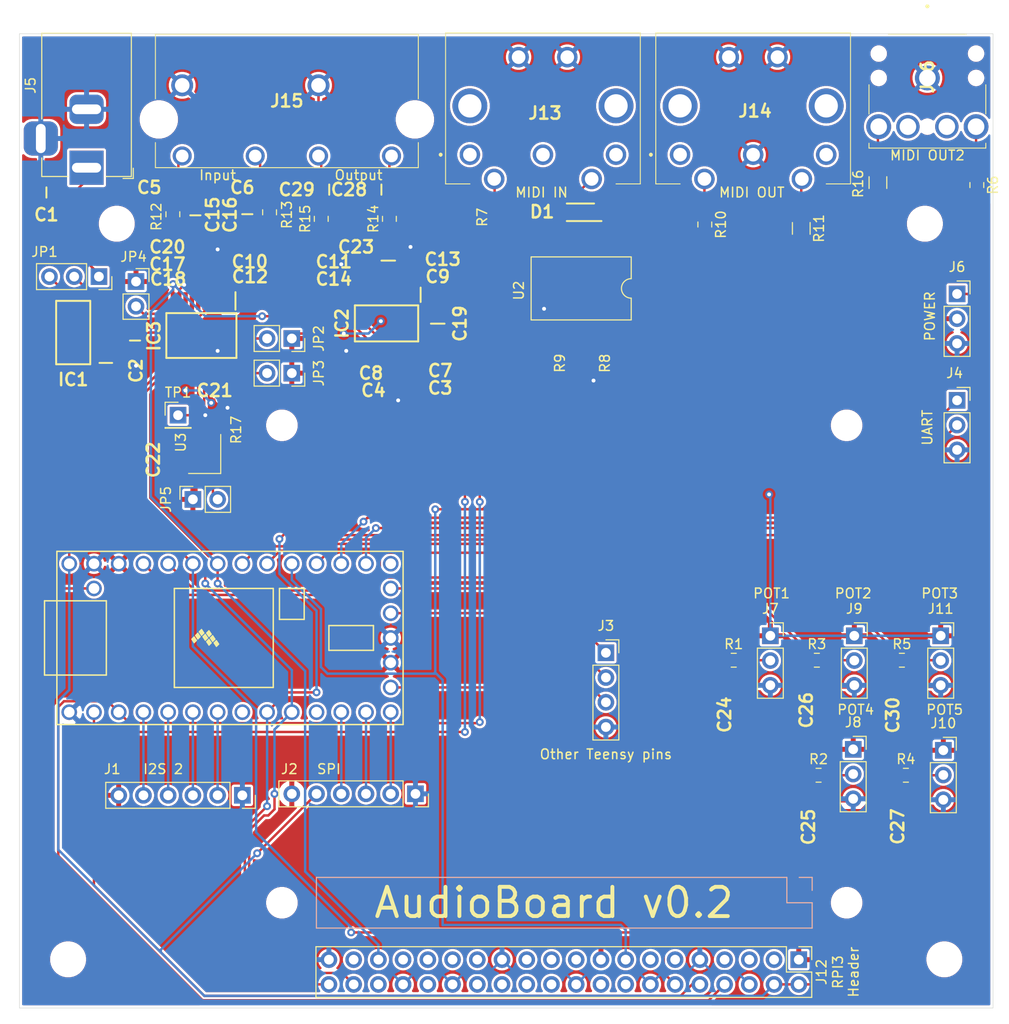
<source format=kicad_pcb>
(kicad_pcb (version 20171130) (host pcbnew "(5.1.6)-1")
  (layers (0 F.Cu signal) (31 B.Cu signal) (34 B.Paste user) (35 F.Paste user) (36 B.SilkS user) (37 F.SilkS user) (38 B.Mask user) (39 F.Mask user) (44 Edge.Cuts user))
  (net 0 "")
  (net 1 GND)
  (net 2 /DC_IN)
  (net 3 +5V)
  (net 4 /POT1)
  (net 5 /POT4)
  (net 6 /POT2)
  (net 7 /POT5)
  (net 8 /POT3)
  (net 9 +3V3)
  (net 10 "/Audio IO (I2S)/IN_L")
  (net 11 "/Audio IO (I2S)/IN_R")
  (net 12 "Net-(C19-Pad2)")
  (net 13 "Net-(C19-Pad1)")
  (net 14 "Net-(C23-Pad2)")
  (net 15 "Net-(D1-Pad2)")
  (net 16 "Net-(D1-Pad1)")
  (net 17 "Net-(IC1-Pad3)")
  (net 18 /I2S_LRCK)
  (net 19 /I2S_DOUT)
  (net 20 /I2S_BCK)
  (net 21 "/Audio IO (I2S)/OUT_R")
  (net 22 "/Audio IO (I2S)/OUT_L")
  (net 23 "/Audio IO (I2S)/JP_MODE1")
  (net 24 "/Audio IO (I2S)/JP_MODE0")
  (net 25 "/Audio IO (I2S)/SCK")
  (net 26 /I2S_DIN)
  (net 27 "/Audio IO (I2S)/JP_BYPAS")
  (net 28 /I2S2_DOUT)
  (net 29 /I2S2_LRCK)
  (net 30 /I2S2_BCK)
  (net 31 /I2S2_DIN)
  (net 32 "Net-(J2-Pad4)")
  (net 33 "Net-(J2-Pad3)")
  (net 34 "Net-(J2-Pad2)")
  (net 35 "Net-(J3-Pad3)")
  (net 36 "Net-(J3-Pad2)")
  (net 37 "Net-(J3-Pad1)")
  (net 38 /UART_OPT_TX)
  (net 39 /UART_OPT_RX)
  (net 40 "Net-(J7-Pad2)")
  (net 41 "Net-(J8-Pad2)")
  (net 42 "Net-(J9-Pad2)")
  (net 43 "Net-(J10-Pad2)")
  (net 44 "Net-(J11-Pad2)")
  (net 45 "Net-(J13-Pad4)")
  (net 46 "Net-(J14-Pad5)")
  (net 47 "Net-(J14-Pad4)")
  (net 48 "Net-(R8-Pad1)")
  (net 49 /MIDI_IN)
  (net 50 /MIDI_OUT)
  (net 51 "/Audio IO (I2S)/RCA_IN_L")
  (net 52 "/Audio IO (I2S)/RCA_IN_R")
  (net 53 "/Audio IO (I2S)/RCA_OUT_R")
  (net 54 "/Audio IO (I2S)/RCA_OUT_L")
  (net 55 "Net-(C4-Pad1)")
  (net 56 "Net-(C5-Pad2)")
  (net 57 "Net-(C6-Pad2)")
  (net 58 "Net-(C10-Pad1)")
  (net 59 "Net-(C17-Pad1)")
  (net 60 "Net-(J16-Pad2)")
  (net 61 "Net-(J16-Pad3)")
  (net 62 /V_USB)
  (net 63 "Net-(JP5-Pad2)")
  (net 64 /MIDI_OUT2)
  (module MountingHole:MountingHole_3.2mm_M3 (layer F.Cu) (at 143 69.5)
    (fp_text reference REF** hide)
    (fp_text value MountingHole_3.2mm_M3 hide)
    (pad 1 np_thru_hole circle (at 0 0) (size 3.2 3.2) (drill 3.2) (layers *.Cu *.Mask))
  )
  (module MountingHole:MountingHole_3.2mm_M3 (layer F.Cu) (at 60 69.5)
    (fp_text reference REF** hide)
    (fp_text value MountingHole_3.2mm_M3 hide)
    (pad 1 np_thru_hole circle (at 0 0) (size 3.2 3.2) (drill 3.2) (layers *.Cu *.Mask))
  )
  (module MountingHole:MountingHole_3.2mm_M3 (layer F.Cu) (at 145 145)
    (fp_text reference REF** hide)
    (fp_text value MountingHole_3.2mm_M3 hide)
    (pad 1 np_thru_hole circle (at 0 0) (size 3.2 3.2) (drill 3.2) (layers *.Cu *.Mask))
  )
  (module MountingHole:MountingHole_3.2mm_M3 (layer F.Cu) (at 55 145)
    (fp_text reference REF** hide)
    (fp_text value MountingHole_3.2mm_M3 hide)
    (pad 1 np_thru_hole circle (at 0 0) (size 3.2 3.2) (drill 3.2) (layers *.Cu *.Mask))
  )
  (module SamacSys_Parts:Raspberry_Pi_3B+_MountingHoles (layer F.Cu) (at 80.562 136.652 90)
    (fp_text reference REF**)
    (fp_text value Raspberry_Pi_3B+_MountingHoles)
    (pad "" np_thru_hole circle (at -2.54 -3.6 180) (size 2.75 2.75) (drill 2.75) (layers *.Cu *.Mask))
    (pad "" np_thru_hole circle (at 46.46 54.4 180) (size 2.75 2.75) (drill 2.75) (layers *.Cu *.Mask))
    (pad "" np_thru_hole circle (at 46.46 -3.6 180) (size 2.75 2.75) (drill 2.75) (layers *.Cu *.Mask))
    (pad "" np_thru_hole circle (at -2.54 54.4 180) (size 2.75 2.75) (drill 2.75) (layers *.Cu *.Mask))
  )
  (module teensy:Teensy40 (layer F.Cu) (at 71.628 112.014)
    (fp_text reference U1 hide)
    (fp_text value Teensy4.0)
    (pad 1 thru_hole circle (at -16.51 7.62) (size 1.6 1.6) (drill 1.1) (layers *.Cu *.Mask) (net 1 GND))
    (pad 2 thru_hole circle (at -13.97 7.62) (size 1.6 1.6) (drill 1.1) (layers *.Cu *.Mask) (net 49 /MIDI_IN))
    (pad 3 thru_hole circle (at -11.43 7.62) (size 1.6 1.6) (drill 1.1) (layers *.Cu *.Mask) (net 50 /MIDI_OUT))
    (pad 4 thru_hole circle (at -8.89 7.62) (size 1.6 1.6) (drill 1.1) (layers *.Cu *.Mask) (net 28 /I2S2_DOUT))
    (pad 5 thru_hole circle (at -6.35 7.62) (size 1.6 1.6) (drill 1.1) (layers *.Cu *.Mask) (net 29 /I2S2_LRCK))
    (pad 6 thru_hole circle (at -3.81 7.62) (size 1.6 1.6) (drill 1.1) (layers *.Cu *.Mask) (net 30 /I2S2_BCK))
    (pad 7 thru_hole circle (at -1.27 7.62) (size 1.6 1.6) (drill 1.1) (layers *.Cu *.Mask) (net 31 /I2S2_DIN))
    (pad 8 thru_hole circle (at 1.27 7.62) (size 1.6 1.6) (drill 1.1) (layers *.Cu *.Mask))
    (pad 9 thru_hole circle (at 3.81 7.62) (size 1.6 1.6) (drill 1.1) (layers *.Cu *.Mask) (net 19 /I2S_DOUT))
    (pad 10 thru_hole circle (at 6.35 7.62) (size 1.6 1.6) (drill 1.1) (layers *.Cu *.Mask) (net 26 /I2S_DIN))
    (pad 11 thru_hole circle (at 8.89 7.62) (size 1.6 1.6) (drill 1.1) (layers *.Cu *.Mask))
    (pad 12 thru_hole circle (at 11.43 7.62) (size 1.6 1.6) (drill 1.1) (layers *.Cu *.Mask) (net 32 "Net-(J2-Pad4)"))
    (pad 13 thru_hole circle (at 13.97 7.62) (size 1.6 1.6) (drill 1.1) (layers *.Cu *.Mask) (net 33 "Net-(J2-Pad3)"))
    (pad 34 thru_hole circle (at -13.97 -5.08) (size 1.6 1.6) (drill 1.1) (layers *.Cu *.Mask) (net 62 /V_USB))
    (pad 33 thru_hole circle (at -16.51 -7.62) (size 1.6 1.6) (drill 1.1) (layers *.Cu *.Mask) (net 3 +5V))
    (pad 32 thru_hole circle (at -13.97 -7.62) (size 1.6 1.6) (drill 1.1) (layers *.Cu *.Mask) (net 1 GND))
    (pad 31 thru_hole circle (at -11.43 -7.62) (size 1.6 1.6) (drill 1.1) (layers *.Cu *.Mask) (net 9 +3V3))
    (pad 30 thru_hole circle (at -8.89 -7.62) (size 1.6 1.6) (drill 1.1) (layers *.Cu *.Mask) (net 7 /POT5))
    (pad 29 thru_hole circle (at -6.35 -7.62) (size 1.6 1.6) (drill 1.1) (layers *.Cu *.Mask) (net 5 /POT4))
    (pad 28 thru_hole circle (at -3.81 -7.62) (size 1.6 1.6) (drill 1.1) (layers *.Cu *.Mask) (net 20 /I2S_BCK))
    (pad 27 thru_hole circle (at -1.27 -7.62) (size 1.6 1.6) (drill 1.1) (layers *.Cu *.Mask) (net 18 /I2S_LRCK))
    (pad 26 thru_hole circle (at 1.27 -7.62) (size 1.6 1.6) (drill 1.1) (layers *.Cu *.Mask) (net 8 /POT3))
    (pad 25 thru_hole circle (at 3.81 -7.62) (size 1.6 1.6) (drill 1.1) (layers *.Cu *.Mask) (net 6 /POT2))
    (pad 24 thru_hole circle (at 6.35 -7.62) (size 1.6 1.6) (drill 1.1) (layers *.Cu *.Mask) (net 64 /MIDI_OUT2))
    (pad 23 thru_hole circle (at 8.89 -7.62) (size 1.6 1.6) (drill 1.1) (layers *.Cu *.Mask) (net 4 /POT1))
    (pad 22 thru_hole circle (at 11.43 -7.62) (size 1.6 1.6) (drill 1.1) (layers *.Cu *.Mask) (net 39 /UART_OPT_RX))
    (pad 21 thru_hole circle (at 13.97 -7.62) (size 1.6 1.6) (drill 1.1) (layers *.Cu *.Mask) (net 38 /UART_OPT_TX))
    (pad 14 thru_hole circle (at 16.51 7.62) (size 1.6 1.6) (drill 1.1) (layers *.Cu *.Mask) (net 34 "Net-(J2-Pad2)"))
    (pad 15 thru_hole circle (at 16.51 5.08) (size 1.6 1.6) (drill 1.1) (layers *.Cu *.Mask) (net 35 "Net-(J3-Pad3)"))
    (pad 16 thru_hole circle (at 16.51 2.54) (size 1.6 1.6) (drill 1.1) (layers *.Cu *.Mask) (net 9 +3V3))
    (pad 20 thru_hole circle (at 16.51 -7.62) (size 1.6 1.6) (drill 1.1) (layers *.Cu *.Mask))
    (pad 19 thru_hole circle (at 16.51 -5.08) (size 1.6 1.6) (drill 1.1) (layers *.Cu *.Mask) (net 37 "Net-(J3-Pad1)"))
    (pad 18 thru_hole circle (at 16.51 -2.54) (size 1.6 1.6) (drill 1.1) (layers *.Cu *.Mask) (net 36 "Net-(J3-Pad2)"))
    (pad 17 thru_hole circle (at 16.51 0) (size 1.6 1.6) (drill 1.1) (layers *.Cu *.Mask) (net 1 GND))
  )
  (module Connector_PinSocket_2.54mm:PinSocket_1x03_P2.54mm_Vertical (layer F.Cu) (at 58.166 74.93 270)
    (fp_text reference JP1 (at -2.54 5.588 180) (layer F.SilkS))
    (fp_text value "Teensy supply select")
    (pad 1 thru_hole rect (at 0 0 270) (size 1.7 1.7) (drill 1) (layers *.Cu *.Mask) (net 2 /DC_IN))
    (pad 2 thru_hole oval (at 0 2.54 270) (size 1.7 1.7) (drill 1) (layers *.Cu *.Mask) (net 17 "Net-(IC1-Pad3)"))
    (pad 3 thru_hole oval (at 0 5.08 270) (size 1.7 1.7) (drill 1) (layers *.Cu *.Mask) (net 62 /V_USB))
  )
  (module SamacSys_Parts:BarrelJack_Horizontal (layer F.Cu) (at 56.896 63.754 270)
    (fp_text reference J5 (at -8.45 5.75 90) (layer F.SilkS))
    (fp_text value 163-179PH-EX)
    (pad B thru_hole roundrect (at -3 4.7 270) (size 3.5 3.5) (drill oval 3 1) (layers *.Cu *.Mask) (net 1 GND))
    (pad C thru_hole roundrect (at -6 0 270) (size 3 3.5) (drill oval 1 3) (layers *.Cu *.Mask) (net 1 GND))
    (pad A thru_hole rect (at 0 0 270) (size 3.5 3.5) (drill oval 1 3) (layers *.Cu *.Mask) (net 2 /DC_IN))
  )
  (module SamacSys_Parts:R_0805_JLCPCB (layer F.Cu) (at 81 69 90)
    (fp_text reference R15 (at 0 -1.65 90) (layer F.SilkS))
    (fp_text value 470)
    (pad 2 smd rect (at 1 0 90) (size 1 1.55) (layers F.Cu F.Paste F.Mask) (net 54 "/Audio IO (I2S)/RCA_OUT_L"))
    (pad 1 smd rect (at -1 0 90) (size 1 1.55) (layers F.Cu F.Paste F.Mask) (net 22 "/Audio IO (I2S)/OUT_L"))
  )
  (module SamacSys_Parts:R_0805_JLCPCB (layer F.Cu) (at 88 69 90)
    (fp_text reference R14 (at 0 -1.65 90) (layer F.SilkS))
    (fp_text value 470)
    (pad 2 smd rect (at 1 0 90) (size 1 1.55) (layers F.Cu F.Paste F.Mask) (net 53 "/Audio IO (I2S)/RCA_OUT_R"))
    (pad 1 smd rect (at -1 0 90) (size 1 1.55) (layers F.Cu F.Paste F.Mask) (net 21 "/Audio IO (I2S)/OUT_R"))
  )
  (module SamacSys_Parts:R_0805_JLCPCB (layer F.Cu) (at 75.692 68.326 270)
    (fp_text reference R13 (at 0.254 -1.778 90) (layer F.SilkS))
    (fp_text value 100)
    (pad 2 smd rect (at 1 0 270) (size 1 1.55) (layers F.Cu F.Paste F.Mask) (net 11 "/Audio IO (I2S)/IN_R"))
    (pad 1 smd rect (at -1 0 270) (size 1 1.55) (layers F.Cu F.Paste F.Mask) (net 57 "Net-(C6-Pad2)"))
  )
  (module SamacSys_Parts:R_0805_JLCPCB (layer F.Cu) (at 65.762 68.5292 270)
    (fp_text reference R12 (at 0.2548 1.69 90) (layer F.SilkS))
    (fp_text value 100)
    (pad 2 smd rect (at 1 0 270) (size 1 1.55) (layers F.Cu F.Paste F.Mask) (net 10 "/Audio IO (I2S)/IN_L"))
    (pad 1 smd rect (at -1 0 270) (size 1 1.55) (layers F.Cu F.Paste F.Mask) (net 56 "Net-(C5-Pad2)"))
  )
  (module SamacSys_Parts:R_0402_JLCPCB (layer F.Cu) (at 106.68 83.812 90)
    (fp_text reference R9 (at 0 -1.17 90) (layer F.SilkS))
    (fp_text value 220)
    (pad 2 smd rect (at 0.5 0 90) (size 0.5 0.8) (layers F.Cu F.Paste F.Mask) (net 49 /MIDI_IN))
    (pad 1 smd rect (at -0.5 0 90) (size 0.5 0.8) (layers F.Cu F.Paste F.Mask) (net 9 +3V3))
  )
  (module SamacSys_Parts:R_0402_JLCPCB (layer F.Cu) (at 108.966 83.82 270)
    (fp_text reference R8 (at 0 -1.17 90) (layer F.SilkS))
    (fp_text value 10k)
    (pad 2 smd rect (at 0.5 0 270) (size 0.5 0.8) (layers F.Cu F.Paste F.Mask) (net 1 GND))
    (pad 1 smd rect (at -0.5 0 270) (size 0.5 0.8) (layers F.Cu F.Paste F.Mask) (net 48 "Net-(R8-Pad1)"))
  )
  (module SamacSys_Parts:R_0402_JLCPCB (layer F.Cu) (at 98.806 68.842 270)
    (fp_text reference R7 (at -0.008 1.27 90) (layer F.SilkS))
    (fp_text value 220)
    (pad 2 smd rect (at 0.5 0 270) (size 0.5 0.8) (layers F.Cu F.Paste F.Mask) (net 16 "Net-(D1-Pad1)"))
    (pad 1 smd rect (at -0.5 0 270) (size 0.5 0.8) (layers F.Cu F.Paste F.Mask) (net 45 "Net-(J13-Pad4)"))
  )
  (module SamacSys_Parts:R_0805_JLCPCB (layer F.Cu) (at 140.6375 114.3)
    (fp_text reference R5 (at 0 -1.65) (layer F.SilkS))
    (fp_text value 470)
    (pad 2 smd rect (at 1 0) (size 1 1.55) (layers F.Cu F.Paste F.Mask) (net 44 "Net-(J11-Pad2)"))
    (pad 1 smd rect (at -1 0) (size 1 1.55) (layers F.Cu F.Paste F.Mask) (net 8 /POT3))
  )
  (module SamacSys_Parts:R_0805_JLCPCB (layer F.Cu) (at 141.0485 126.1072)
    (fp_text reference R4 (at 0 -1.65) (layer F.SilkS))
    (fp_text value 470)
    (pad 2 smd rect (at 1 0) (size 1 1.55) (layers F.Cu F.Paste F.Mask) (net 43 "Net-(J10-Pad2)"))
    (pad 1 smd rect (at -1 0) (size 1 1.55) (layers F.Cu F.Paste F.Mask) (net 7 /POT5))
  )
  (module SamacSys_Parts:R_0805_JLCPCB (layer F.Cu) (at 131.9045 114.3)
    (fp_text reference R3 (at 0 -1.65) (layer F.SilkS))
    (fp_text value 470)
    (pad 2 smd rect (at 1 0) (size 1 1.55) (layers F.Cu F.Paste F.Mask) (net 42 "Net-(J9-Pad2)"))
    (pad 1 smd rect (at -1 0) (size 1 1.55) (layers F.Cu F.Paste F.Mask) (net 6 /POT2))
  )
  (module SamacSys_Parts:R_0805_JLCPCB (layer F.Cu) (at 132.08 126.1072)
    (fp_text reference R2 (at 0 -1.65) (layer F.SilkS))
    (fp_text value 470)
    (pad 2 smd rect (at 1 0) (size 1 1.55) (layers F.Cu F.Paste F.Mask) (net 41 "Net-(J8-Pad2)"))
    (pad 1 smd rect (at -1 0) (size 1 1.55) (layers F.Cu F.Paste F.Mask) (net 5 /POT4))
  )
  (module SamacSys_Parts:R_0805_JLCPCB (layer F.Cu) (at 123.3655 114.3)
    (fp_text reference R1 (at 0 -1.65) (layer F.SilkS))
    (fp_text value 470)
    (pad 2 smd rect (at 1 0) (size 1 1.55) (layers F.Cu F.Paste F.Mask) (net 40 "Net-(J7-Pad2)"))
    (pad 1 smd rect (at -1 0) (size 1 1.55) (layers F.Cu F.Paste F.Mask) (net 4 /POT1))
  )
  (module SamacSys_Parts:PJRAS2X2S01X (layer F.Cu) (at 77.47 56.896 180)
    (fp_text reference J15 (at 0 0) (layer F.SilkS) (effects (font (size 1.27 1.27) (thickness 0.254))))
    (fp_text value RCA_2x2 hide)
    (pad 8 np_thru_hole circle (at -13.15 -1.9 180) (size 3.4482 0) (drill 3.4482) (layers *.Cu *.Mask))
    (pad 7 np_thru_hole circle (at 13.15 -1.9 180) (size 3.4482 0) (drill 3.4482) (layers *.Cu *.Mask))
    (pad 6 thru_hole circle (at 10.75 1.6 180) (size 2.25 2.25) (drill 1.5) (layers *.Cu *.Mask) (net 1 GND))
    (pad 5 thru_hole circle (at -3.25 1.6 180) (size 2.25 2.25) (drill 1.5) (layers *.Cu *.Mask) (net 1 GND))
    (pad 4 thru_hole circle (at 10.75 -5.65 180) (size 1.95 1.95) (drill 1.3) (layers *.Cu *.Mask) (net 51 "/Audio IO (I2S)/RCA_IN_L"))
    (pad 3 thru_hole circle (at 3.25 -5.65 180) (size 1.95 1.95) (drill 1.3) (layers *.Cu *.Mask) (net 52 "/Audio IO (I2S)/RCA_IN_R"))
    (pad 2 thru_hole circle (at -3.25 -5.65 180) (size 1.95 1.95) (drill 1.3) (layers *.Cu *.Mask) (net 54 "/Audio IO (I2S)/RCA_OUT_L"))
    (pad 1 thru_hole circle (at -10.75 -5.65 180) (size 1.95 1.95) (drill 1.3) (layers *.Cu *.Mask) (net 53 "/Audio IO (I2S)/RCA_OUT_R"))
  )
  (module Package_DIP:SMDIP-8_W9.53mm (layer F.Cu) (at 107.696 76.139 270)
    (fp_text reference U2 (at 0.2134 6.4008 90) (layer F.SilkS))
    (fp_text value 6N138SDM)
    (pad 8 smd rect (at 4.765 -3.81 270) (size 2 1.78) (layers F.Cu F.Paste F.Mask) (net 9 +3V3))
    (pad 4 smd rect (at -4.765 3.81 270) (size 2 1.78) (layers F.Cu F.Paste F.Mask))
    (pad 7 smd rect (at 4.765 -1.27 270) (size 2 1.78) (layers F.Cu F.Paste F.Mask) (net 48 "Net-(R8-Pad1)"))
    (pad 3 smd rect (at -4.765 1.27 270) (size 2 1.78) (layers F.Cu F.Paste F.Mask) (net 15 "Net-(D1-Pad2)"))
    (pad 6 smd rect (at 4.765 1.27 270) (size 2 1.78) (layers F.Cu F.Paste F.Mask) (net 49 /MIDI_IN))
    (pad 2 smd rect (at -4.765 -1.27 270) (size 2 1.78) (layers F.Cu F.Paste F.Mask) (net 16 "Net-(D1-Pad1)"))
    (pad 5 smd rect (at 4.765 3.81 270) (size 2 1.78) (layers F.Cu F.Paste F.Mask) (net 1 GND))
    (pad 1 smd rect (at -4.765 -3.81 270) (size 2 1.78) (layers F.Cu F.Paste F.Mask))
  )
  (module Connector_PinSocket_2.54mm:PinSocket_1x02_P2.54mm_Vertical (layer F.Cu) (at 61.976 75.438)
    (fp_text reference JP4 (at -0.254 -2.54) (layer F.SilkS))
    (fp_text value BYPAS)
    (pad 2 thru_hole oval (at 0 2.54) (size 1.7 1.7) (drill 1) (layers *.Cu *.Mask) (net 27 "/Audio IO (I2S)/JP_BYPAS"))
    (pad 1 thru_hole rect (at 0 0) (size 1.7 1.7) (drill 1) (layers *.Cu *.Mask) (net 9 +3V3))
  )
  (module Connector_PinSocket_2.54mm:PinSocket_1x02_P2.54mm_Vertical (layer F.Cu) (at 77.978 84.836 270)
    (fp_text reference JP3 (at 0 -2.77 90) (layer F.SilkS))
    (fp_text value MODE1)
    (pad 2 thru_hole oval (at 0 2.54 270) (size 1.7 1.7) (drill 1) (layers *.Cu *.Mask) (net 23 "/Audio IO (I2S)/JP_MODE1"))
    (pad 1 thru_hole rect (at 0 0 270) (size 1.7 1.7) (drill 1) (layers *.Cu *.Mask) (net 9 +3V3))
  )
  (module Connector_PinSocket_2.54mm:PinSocket_1x02_P2.54mm_Vertical (layer F.Cu) (at 77.978 81.28 270)
    (fp_text reference JP2 (at 0 -2.77 90) (layer F.SilkS))
    (fp_text value MODE0)
    (pad 2 thru_hole oval (at 0 2.54 270) (size 1.7 1.7) (drill 1) (layers *.Cu *.Mask) (net 24 "/Audio IO (I2S)/JP_MODE0"))
    (pad 1 thru_hole rect (at 0 0 270) (size 1.7 1.7) (drill 1) (layers *.Cu *.Mask) (net 9 +3V3))
  )
  (module SamacSys_Parts:57PC5F (layer F.Cu) (at 117.856 62.414 270)
    (fp_text reference J14 (at -4.48 -7.6948 180) (layer F.SilkS) (effects (font (size 1.27 1.27) (thickness 0.254))))
    (fp_text value 57PC5F hide)
    (pad MH2 thru_hole circle (at -5.01 -15.01 270) (size 3.585 3.585) (drill 2.39) (layers *.Cu *.Mask))
    (pad MH1 thru_hole circle (at -5.01 0 270) (size 3.585 3.585) (drill 2.39) (layers *.Cu *.Mask))
    (pad 7 thru_hole circle (at -10.01 -10.005 270) (size 2.1 2.1) (drill 1.4) (layers *.Cu *.Mask) (net 1 GND))
    (pad 6 thru_hole circle (at -10.01 -5.005 270) (size 2.1 2.1) (drill 1.4) (layers *.Cu *.Mask) (net 1 GND))
    (pad 5 thru_hole circle (at 2.49 -12.51 270) (size 2.1 2.1) (drill 1.4) (layers *.Cu *.Mask) (net 46 "Net-(J14-Pad5)"))
    (pad 4 thru_hole circle (at 2.49 -2.5 270) (size 2.1 2.1) (drill 1.4) (layers *.Cu *.Mask) (net 47 "Net-(J14-Pad4)"))
    (pad 3 thru_hole circle (at 0 -15.01 270) (size 2.1 2.1) (drill 1.4) (layers *.Cu *.Mask))
    (pad 2 thru_hole circle (at 0 -7.505 270) (size 2.1 2.1) (drill 1.4) (layers *.Cu *.Mask) (net 1 GND))
    (pad 1 thru_hole circle (at 0 0 270) (size 2.1 2.1) (drill 1.4) (layers *.Cu *.Mask))
  )
  (module SamacSys_Parts:57PC5F (layer F.Cu) (at 96.266 62.414 270)
    (fp_text reference J13 (at -4.2672 -7.7216 180) (layer F.SilkS) (effects (font (size 1.27 1.27) (thickness 0.254))))
    (fp_text value 57PC5F hide)
    (pad MH2 thru_hole circle (at -5.01 -15.01 270) (size 3.585 3.585) (drill 2.39) (layers *.Cu *.Mask))
    (pad MH1 thru_hole circle (at -5.01 0 270) (size 3.585 3.585) (drill 2.39) (layers *.Cu *.Mask))
    (pad 7 thru_hole circle (at -10.01 -10.005 270) (size 2.1 2.1) (drill 1.4) (layers *.Cu *.Mask) (net 1 GND))
    (pad 6 thru_hole circle (at -10.01 -5.005 270) (size 2.1 2.1) (drill 1.4) (layers *.Cu *.Mask) (net 1 GND))
    (pad 5 thru_hole circle (at 2.49 -12.51 270) (size 2.1 2.1) (drill 1.4) (layers *.Cu *.Mask) (net 15 "Net-(D1-Pad2)"))
    (pad 4 thru_hole circle (at 2.49 -2.5 270) (size 2.1 2.1) (drill 1.4) (layers *.Cu *.Mask) (net 45 "Net-(J13-Pad4)"))
    (pad 3 thru_hole circle (at 0 -15.01 270) (size 2.1 2.1) (drill 1.4) (layers *.Cu *.Mask))
    (pad 2 thru_hole circle (at 0 -7.505 270) (size 2.1 2.1) (drill 1.4) (layers *.Cu *.Mask))
    (pad 1 thru_hole circle (at 0 0 270) (size 2.1 2.1) (drill 1.4) (layers *.Cu *.Mask))
  )
  (module Connector_PinSocket_2.54mm:PinSocket_1x03_P2.54mm_Vertical (layer F.Cu) (at 144.624 111.792)
    (fp_text reference J11 (at 0 -2.77) (layer F.SilkS))
    (fp_text value POT)
    (pad 3 thru_hole oval (at 0 5.08) (size 1.7 1.7) (drill 1) (layers *.Cu *.Mask) (net 1 GND))
    (pad 2 thru_hole oval (at 0 2.54) (size 1.7 1.7) (drill 1) (layers *.Cu *.Mask) (net 44 "Net-(J11-Pad2)"))
    (pad 1 thru_hole rect (at 0 0) (size 1.7 1.7) (drill 1) (layers *.Cu *.Mask) (net 9 +3V3))
  )
  (module Connector_PinSocket_2.54mm:PinSocket_1x03_P2.54mm_Vertical (layer F.Cu) (at 144.892 123.542)
    (fp_text reference J10 (at 0 -2.77) (layer F.SilkS))
    (fp_text value POT)
    (pad 3 thru_hole oval (at 0 5.08) (size 1.7 1.7) (drill 1) (layers *.Cu *.Mask) (net 1 GND))
    (pad 2 thru_hole oval (at 0 2.54) (size 1.7 1.7) (drill 1) (layers *.Cu *.Mask) (net 43 "Net-(J10-Pad2)"))
    (pad 1 thru_hole rect (at 0 0) (size 1.7 1.7) (drill 1) (layers *.Cu *.Mask) (net 9 +3V3))
  )
  (module Connector_PinSocket_2.54mm:PinSocket_1x03_P2.54mm_Vertical (layer F.Cu) (at 135.748 111.792)
    (fp_text reference J9 (at 0 -2.77) (layer F.SilkS))
    (fp_text value POT)
    (pad 3 thru_hole oval (at 0 5.08) (size 1.7 1.7) (drill 1) (layers *.Cu *.Mask) (net 1 GND))
    (pad 2 thru_hole oval (at 0 2.54) (size 1.7 1.7) (drill 1) (layers *.Cu *.Mask) (net 42 "Net-(J9-Pad2)"))
    (pad 1 thru_hole rect (at 0 0) (size 1.7 1.7) (drill 1) (layers *.Cu *.Mask) (net 9 +3V3))
  )
  (module Connector_PinSocket_2.54mm:PinSocket_1x03_P2.54mm_Vertical (layer F.Cu) (at 135.636 123.444)
    (fp_text reference J8 (at 0 -2.77) (layer F.SilkS))
    (fp_text value POT)
    (pad 3 thru_hole oval (at 0 5.08) (size 1.7 1.7) (drill 1) (layers *.Cu *.Mask) (net 1 GND))
    (pad 2 thru_hole oval (at 0 2.54) (size 1.7 1.7) (drill 1) (layers *.Cu *.Mask) (net 41 "Net-(J8-Pad2)"))
    (pad 1 thru_hole rect (at 0 0) (size 1.7 1.7) (drill 1) (layers *.Cu *.Mask) (net 9 +3V3))
  )
  (module Connector_PinSocket_2.54mm:PinSocket_1x03_P2.54mm_Vertical (layer F.Cu) (at 127.126 111.792)
    (fp_text reference J7 (at 0 -2.77) (layer F.SilkS))
    (fp_text value POT)
    (pad 3 thru_hole oval (at 0 5.08) (size 1.7 1.7) (drill 1) (layers *.Cu *.Mask) (net 1 GND))
    (pad 2 thru_hole oval (at 0 2.54) (size 1.7 1.7) (drill 1) (layers *.Cu *.Mask) (net 40 "Net-(J7-Pad2)"))
    (pad 1 thru_hole rect (at 0 0) (size 1.7 1.7) (drill 1) (layers *.Cu *.Mask) (net 9 +3V3))
  )
  (module Connector_PinSocket_2.54mm:PinSocket_1x03_P2.54mm_Vertical (layer F.Cu) (at 146.304 76.708)
    (fp_text reference J6 (at 0 -2.77) (layer F.SilkS))
    (fp_text value EXTRA_POWER)
    (pad 3 thru_hole oval (at 0 5.08) (size 1.7 1.7) (drill 1) (layers *.Cu *.Mask) (net 1 GND))
    (pad 2 thru_hole oval (at 0 2.54) (size 1.7 1.7) (drill 1) (layers *.Cu *.Mask) (net 9 +3V3))
    (pad 1 thru_hole rect (at 0 0) (size 1.7 1.7) (drill 1) (layers *.Cu *.Mask) (net 3 +5V))
  )
  (module Connector_PinSocket_2.54mm:PinSocket_1x03_P2.54mm_Vertical (layer F.Cu) (at 146.304 87.63)
    (fp_text reference J4 (at -0.254 -2.794) (layer F.SilkS))
    (fp_text value UART_OPT)
    (pad 3 thru_hole oval (at 0 5.08) (size 1.7 1.7) (drill 1) (layers *.Cu *.Mask) (net 1 GND))
    (pad 2 thru_hole oval (at 0 2.54) (size 1.7 1.7) (drill 1) (layers *.Cu *.Mask) (net 38 /UART_OPT_TX))
    (pad 1 thru_hole rect (at 0 0) (size 1.7 1.7) (drill 1) (layers *.Cu *.Mask) (net 39 /UART_OPT_RX))
  )
  (module Connector_PinSocket_2.54mm:PinSocket_1x04_P2.54mm_Vertical (layer F.Cu) (at 110.236 113.538)
    (fp_text reference J3 (at 0 -2.77) (layer F.SilkS))
    (fp_text value "Other Teensy pins")
    (pad 4 thru_hole oval (at 0 7.62) (size 1.7 1.7) (drill 1) (layers *.Cu *.Mask) (net 1 GND))
    (pad 3 thru_hole oval (at 0 5.08) (size 1.7 1.7) (drill 1) (layers *.Cu *.Mask) (net 35 "Net-(J3-Pad3)"))
    (pad 2 thru_hole oval (at 0 2.54) (size 1.7 1.7) (drill 1) (layers *.Cu *.Mask) (net 36 "Net-(J3-Pad2)"))
    (pad 1 thru_hole rect (at 0 0) (size 1.7 1.7) (drill 1) (layers *.Cu *.Mask) (net 37 "Net-(J3-Pad1)"))
  )
  (module Connector_PinSocket_2.54mm:PinSocket_1x06_P2.54mm_Vertical (layer F.Cu) (at 90.678 128.016 270)
    (fp_text reference J2 (at -2.54 12.954) (layer F.SilkS))
    (fp_text value SPI_OPT)
    (pad 6 thru_hole oval (at 0 12.7 270) (size 1.7 1.7) (drill 1) (layers *.Cu *.Mask) (net 9 +3V3))
    (pad 5 thru_hole oval (at 0 10.16 270) (size 1.7 1.7) (drill 1) (layers *.Cu *.Mask) (net 3 +5V))
    (pad 4 thru_hole oval (at 0 7.62 270) (size 1.7 1.7) (drill 1) (layers *.Cu *.Mask) (net 32 "Net-(J2-Pad4)"))
    (pad 3 thru_hole oval (at 0 5.08 270) (size 1.7 1.7) (drill 1) (layers *.Cu *.Mask) (net 33 "Net-(J2-Pad3)"))
    (pad 2 thru_hole oval (at 0 2.54 270) (size 1.7 1.7) (drill 1) (layers *.Cu *.Mask) (net 34 "Net-(J2-Pad2)"))
    (pad 1 thru_hole rect (at 0 0 270) (size 1.7 1.7) (drill 1) (layers *.Cu *.Mask) (net 1 GND))
  )
  (module Connector_PinSocket_2.54mm:PinSocket_1x06_P2.54mm_Vertical (layer F.Cu) (at 72.898 128.1684 270)
    (fp_text reference J1 (at -2.6924 13.3604 180) (layer F.SilkS))
    (fp_text value I2S2_OPT)
    (pad 6 thru_hole oval (at 0 12.7 270) (size 1.7 1.7) (drill 1) (layers *.Cu *.Mask) (net 9 +3V3))
    (pad 5 thru_hole oval (at 0 10.16 270) (size 1.7 1.7) (drill 1) (layers *.Cu *.Mask) (net 28 /I2S2_DOUT))
    (pad 4 thru_hole oval (at 0 7.62 270) (size 1.7 1.7) (drill 1) (layers *.Cu *.Mask) (net 29 /I2S2_LRCK))
    (pad 3 thru_hole oval (at 0 5.08 270) (size 1.7 1.7) (drill 1) (layers *.Cu *.Mask) (net 30 /I2S2_BCK))
    (pad 2 thru_hole oval (at 0 2.54 270) (size 1.7 1.7) (drill 1) (layers *.Cu *.Mask) (net 31 /I2S2_DIN))
    (pad 1 thru_hole rect (at 0 0 270) (size 1.7 1.7) (drill 1) (layers *.Cu *.Mask) (net 1 GND))
  )
  (module SamacSys_Parts:SOP65P780X200-20N (layer F.Cu) (at 68.69 80.9752 270)
    (fp_text reference IC3 (at 0.0508 4.8768 90) (layer F.SilkS) (effects (font (size 1.27 1.27) (thickness 0.254))))
    (fp_text value PCM1803ADBR hide)
    (pad 20 smd rect (at 3.55 -2.925) (size 0.45 1.8) (layers F.Cu F.Paste F.Mask) (net 23 "/Audio IO (I2S)/JP_MODE1"))
    (pad 19 smd rect (at 3.55 -2.275) (size 0.45 1.8) (layers F.Cu F.Paste F.Mask) (net 24 "/Audio IO (I2S)/JP_MODE0"))
    (pad 18 smd rect (at 3.55 -1.625) (size 0.45 1.8) (layers F.Cu F.Paste F.Mask) (net 1 GND))
    (pad 17 smd rect (at 3.55 -0.975) (size 0.45 1.8) (layers F.Cu F.Paste F.Mask) (net 9 +3V3))
    (pad 16 smd rect (at 3.55 -0.325) (size 0.45 1.8) (layers F.Cu F.Paste F.Mask) (net 1 GND))
    (pad 15 smd rect (at 3.55 0.325) (size 0.45 1.8) (layers F.Cu F.Paste F.Mask) (net 25 "/Audio IO (I2S)/SCK"))
    (pad 14 smd rect (at 3.55 0.975) (size 0.45 1.8) (layers F.Cu F.Paste F.Mask) (net 9 +3V3))
    (pad 13 smd rect (at 3.55 1.625) (size 0.45 1.8) (layers F.Cu F.Paste F.Mask) (net 1 GND))
    (pad 12 smd rect (at 3.55 2.275) (size 0.45 1.8) (layers F.Cu F.Paste F.Mask) (net 26 /I2S_DIN))
    (pad 11 smd rect (at 3.55 2.925) (size 0.45 1.8) (layers F.Cu F.Paste F.Mask) (net 20 /I2S_BCK))
    (pad 10 smd rect (at -3.55 2.925) (size 0.45 1.8) (layers F.Cu F.Paste F.Mask) (net 18 /I2S_LRCK))
    (pad 9 smd rect (at -3.55 2.275) (size 0.45 1.8) (layers F.Cu F.Paste F.Mask) (net 1 GND))
    (pad 8 smd rect (at -3.55 1.625) (size 0.45 1.8) (layers F.Cu F.Paste F.Mask) (net 27 "/Audio IO (I2S)/JP_BYPAS"))
    (pad 7 smd rect (at -3.55 0.975) (size 0.45 1.8) (layers F.Cu F.Paste F.Mask) (net 9 +3V3))
    (pad 6 smd rect (at -3.55 0.325) (size 0.45 1.8) (layers F.Cu F.Paste F.Mask) (net 1 GND))
    (pad 5 smd rect (at -3.55 -0.325) (size 0.45 1.8) (layers F.Cu F.Paste F.Mask) (net 3 +5V))
    (pad 4 smd rect (at -3.55 -0.975) (size 0.45 1.8) (layers F.Cu F.Paste F.Mask) (net 59 "Net-(C17-Pad1)"))
    (pad 3 smd rect (at -3.55 -1.625) (size 0.45 1.8) (layers F.Cu F.Paste F.Mask) (net 58 "Net-(C10-Pad1)"))
    (pad 2 smd rect (at -3.55 -2.275) (size 0.45 1.8) (layers F.Cu F.Paste F.Mask) (net 11 "/Audio IO (I2S)/IN_R"))
    (pad 1 smd rect (at -3.55 -2.925) (size 0.45 1.8) (layers F.Cu F.Paste F.Mask) (net 10 "/Audio IO (I2S)/IN_L"))
  )
  (module SamacSys_Parts:SOP65P640X120-20N (layer F.Cu) (at 87.7062 79.7306 270)
    (fp_text reference IC2 (at 0 4.572 90) (layer F.SilkS) (effects (font (size 1.27 1.27) (thickness 0.254))))
    (fp_text value PCM5102APWR hide)
    (pad 20 smd rect (at 2.938 -2.925) (size 0.45 1.475) (layers F.Cu F.Paste F.Mask) (net 9 +3V3))
    (pad 19 smd rect (at 2.938 -2.275) (size 0.45 1.475) (layers F.Cu F.Paste F.Mask) (net 1 GND))
    (pad 18 smd rect (at 2.938 -1.625) (size 0.45 1.475) (layers F.Cu F.Paste F.Mask) (net 55 "Net-(C4-Pad1)"))
    (pad 17 smd rect (at 2.938 -0.975) (size 0.45 1.475) (layers F.Cu F.Paste F.Mask) (net 9 +3V3))
    (pad 16 smd rect (at 2.938 -0.325) (size 0.45 1.475) (layers F.Cu F.Paste F.Mask) (net 1 GND))
    (pad 15 smd rect (at 2.938 0.325) (size 0.45 1.475) (layers F.Cu F.Paste F.Mask) (net 18 /I2S_LRCK))
    (pad 14 smd rect (at 2.938 0.975) (size 0.45 1.475) (layers F.Cu F.Paste F.Mask) (net 19 /I2S_DOUT))
    (pad 13 smd rect (at 2.938 1.625) (size 0.45 1.475) (layers F.Cu F.Paste F.Mask) (net 20 /I2S_BCK))
    (pad 12 smd rect (at 2.938 2.275) (size 0.45 1.475) (layers F.Cu F.Paste F.Mask) (net 1 GND))
    (pad 11 smd rect (at 2.938 2.925) (size 0.45 1.475) (layers F.Cu F.Paste F.Mask) (net 1 GND))
    (pad 10 smd rect (at -2.938 2.925) (size 0.45 1.475) (layers F.Cu F.Paste F.Mask) (net 1 GND))
    (pad 9 smd rect (at -2.938 2.275) (size 0.45 1.475) (layers F.Cu F.Paste F.Mask) (net 1 GND))
    (pad 8 smd rect (at -2.938 1.625) (size 0.45 1.475) (layers F.Cu F.Paste F.Mask) (net 9 +3V3))
    (pad 7 smd rect (at -2.938 0.975) (size 0.45 1.475) (layers F.Cu F.Paste F.Mask) (net 21 "/Audio IO (I2S)/OUT_R"))
    (pad 6 smd rect (at -2.938 0.325) (size 0.45 1.475) (layers F.Cu F.Paste F.Mask) (net 22 "/Audio IO (I2S)/OUT_L"))
    (pad 5 smd rect (at -2.938 -0.325) (size 0.45 1.475) (layers F.Cu F.Paste F.Mask) (net 14 "Net-(C23-Pad2)"))
    (pad 4 smd rect (at -2.938 -0.975) (size 0.45 1.475) (layers F.Cu F.Paste F.Mask) (net 12 "Net-(C19-Pad2)"))
    (pad 3 smd rect (at -2.938 -1.625) (size 0.45 1.475) (layers F.Cu F.Paste F.Mask) (net 1 GND))
    (pad 2 smd rect (at -2.938 -2.275) (size 0.45 1.475) (layers F.Cu F.Paste F.Mask) (net 13 "Net-(C19-Pad1)"))
    (pad 1 smd rect (at -2.938 -2.925) (size 0.45 1.475) (layers F.Cu F.Paste F.Mask) (net 9 +3V3))
  )
  (module SamacSys_Parts:SOT229P700X180-4N (layer F.Cu) (at 55.5244 80.6704 180)
    (fp_text reference IC1 (at 0 -4.826) (layer F.SilkS) (effects (font (size 1.27 1.27) (thickness 0.254))))
    (fp_text value AMS1117-5.0 hide)
    (pad 4 smd rect (at 3.35 0 180) (size 1.3 3.25) (layers F.Cu F.Paste F.Mask))
    (pad 3 smd rect (at -3.35 2.29 270) (size 0.95 1.3) (layers F.Cu F.Paste F.Mask) (net 17 "Net-(IC1-Pad3)"))
    (pad 2 smd rect (at -3.35 0 270) (size 0.95 1.3) (layers F.Cu F.Paste F.Mask) (net 3 +5V))
    (pad 1 smd rect (at -3.35 -2.29 270) (size 0.95 1.3) (layers F.Cu F.Paste F.Mask) (net 1 GND))
  )
  (module SamacSys_Parts:SODFL3718X125N (layer F.Cu) (at 107.62 68.326 180)
    (fp_text reference D1 (at 3.9368 0.0508) (layer F.SilkS) (effects (font (size 1.27 1.27) (thickness 0.254))))
    (fp_text value SM4007PL hide)
    (pad 1 smd rect (at -1.6 0 180) (size 1.12 1.22) (layers F.Cu F.Paste F.Mask) (net 16 "Net-(D1-Pad1)"))
    (pad 2 smd rect (at 1.6 0 180) (size 1.12 1.22) (layers F.Cu F.Paste F.Mask) (net 15 "Net-(D1-Pad2)"))
  )
  (module SamacSys_Parts:CAPC2012X135N (layer F.Cu) (at 81.82 66)
    (fp_text reference C29 (at -3.334 0) (layer F.SilkS) (effects (font (size 1.27 1.27) (thickness 0.254))))
    (fp_text value 2.2nF50V hide)
    (pad 2 smd rect (at 0.82 0) (size 0.91 1.39) (layers F.Cu F.Paste F.Mask) (net 1 GND))
    (pad 1 smd rect (at -0.82 0) (size 0.91 1.39) (layers F.Cu F.Paste F.Mask) (net 54 "/Audio IO (I2S)/RCA_OUT_L"))
  )
  (module SamacSys_Parts:CAPC2012X135N (layer F.Cu) (at 87.18 66 180)
    (fp_text reference C28 (at 3.3202 0) (layer F.SilkS) (effects (font (size 1.27 1.27) (thickness 0.254))))
    (fp_text value 2.2nF50V hide)
    (pad 2 smd rect (at 0.82 0 180) (size 0.91 1.39) (layers F.Cu F.Paste F.Mask) (net 1 GND))
    (pad 1 smd rect (at -0.82 0 180) (size 0.91 1.39) (layers F.Cu F.Paste F.Mask) (net 53 "/Audio IO (I2S)/RCA_OUT_R"))
  )
  (module SamacSys_Parts:CAPC3216X180N (layer F.Cu) (at 87.884 73.286 270)
    (fp_text reference C23 (at -1.404 3.302 180) (layer F.SilkS) (effects (font (size 1.27 1.27) (thickness 0.254))))
    (fp_text value 2.2uF50V hide)
    (pad 2 smd rect (at 1.39 0 270) (size 1.05 1.82) (layers F.Cu F.Paste F.Mask) (net 14 "Net-(C23-Pad2)"))
    (pad 1 smd rect (at -1.39 0 270) (size 1.05 1.82) (layers F.Cu F.Paste F.Mask) (net 1 GND))
  )
  (module SamacSys_Parts:CAPC3216X180N (layer F.Cu) (at 92.964 79.756 270)
    (fp_text reference C19 (at -0.007 -2.286 90) (layer F.SilkS) (effects (font (size 1.27 1.27) (thickness 0.254))))
    (fp_text value 2.2uF50V hide)
    (pad 2 smd rect (at 1.39 0 270) (size 1.05 1.82) (layers F.Cu F.Paste F.Mask) (net 12 "Net-(C19-Pad2)"))
    (pad 1 smd rect (at -1.39 0 270) (size 1.05 1.82) (layers F.Cu F.Paste F.Mask) (net 13 "Net-(C19-Pad1)"))
  )
  (module SamacSys_Parts:CAPC2012X65N (layer F.Cu) (at 73.406 68.522 270)
    (fp_text reference C16 (at 0.058 1.778 90) (layer F.SilkS) (effects (font (size 1.27 1.27) (thickness 0.254))))
    (fp_text value 10nF50V hide)
    (pad 2 smd rect (at 0.82 0 270) (size 0.94 1.43) (layers F.Cu F.Paste F.Mask) (net 11 "/Audio IO (I2S)/IN_R"))
    (pad 1 smd rect (at -0.82 0 270) (size 0.94 1.43) (layers F.Cu F.Paste F.Mask) (net 1 GND))
  )
  (module SamacSys_Parts:CAPC2012X65N (layer F.Cu) (at 68.072 68.638 90)
    (fp_text reference C15 (at 0.058 1.778 270) (layer F.SilkS) (effects (font (size 1.27 1.27) (thickness 0.254))))
    (fp_text value 10nF50V hide)
    (pad 2 smd rect (at 0.82 0 90) (size 0.94 1.43) (layers F.Cu F.Paste F.Mask) (net 1 GND))
    (pad 1 smd rect (at -0.82 0 90) (size 0.94 1.43) (layers F.Cu F.Paste F.Mask) (net 10 "/Audio IO (I2S)/IN_L"))
  )
  (module SamacSys_Parts:CAPC2012X140N (layer F.Cu) (at 61.8744 81.4904 270)
    (fp_text reference C2 (at 3.0916 -0.1016 90) (layer F.SilkS) (effects (font (size 1.27 1.27) (thickness 0.254))))
    (fp_text value 22uF25V hide)
    (pad 2 smd rect (at 0.82 0 270) (size 0.94 1.43) (layers F.Cu F.Paste F.Mask) (net 1 GND))
    (pad 1 smd rect (at -0.82 0 270) (size 0.94 1.43) (layers F.Cu F.Paste F.Mask) (net 3 +5V))
  )
  (module SamacSys_Parts:CAPC2012X140N (layer F.Cu) (at 52.774 66.294 180)
    (fp_text reference C1 (at 0 -2.286) (layer F.SilkS) (effects (font (size 1.27 1.27) (thickness 0.254))))
    (fp_text value 22uF25V hide)
    (pad 2 smd rect (at 0.82 0 180) (size 0.94 1.43) (layers F.Cu F.Paste F.Mask) (net 1 GND))
    (pad 1 smd rect (at -0.82 0 180) (size 0.94 1.43) (layers F.Cu F.Paste F.Mask) (net 2 /DC_IN))
  )
  (module SamacSys_Parts:R_0805_JLCPCB (layer F.Cu) (at 120.396 69.58 270)
    (fp_text reference R10 (at 0 -1.65 90) (layer F.SilkS))
    (fp_text value 33)
    (pad 1 smd rect (at -1 0 270) (size 1 1.55) (layers F.Cu F.Paste F.Mask) (net 47 "Net-(J14-Pad4)"))
    (pad 2 smd rect (at 1 0 270) (size 1 1.55) (layers F.Cu F.Paste F.Mask) (net 9 +3V3))
  )
  (module SamacSys_Parts:R_1206_JLCPCB (layer F.Cu) (at 130.302 69.98 270)
    (fp_text reference R11 (at 0 -1.82 90) (layer F.SilkS))
    (fp_text value 10)
    (pad 2 smd rect (at 1.4 0 270) (size 1.25 1.75) (layers F.Cu F.Paste F.Mask) (net 50 /MIDI_OUT))
    (pad 1 smd rect (at -1.4 0 270) (size 1.25 1.75) (layers F.Cu F.Paste F.Mask) (net 46 "Net-(J14-Pad5)"))
  )
  (module SamacSys_Parts:CAPC1005X70N (layer F.Cu) (at 90.726 86.106)
    (fp_text reference C3 (at 2.492 0.254) (layer F.SilkS) (effects (font (size 1.27 1.27) (thickness 0.254))))
    (fp_text value 10uF6.3V hide)
    (pad 1 smd rect (at -0.46 0) (size 0.69 0.72) (layers F.Cu F.Paste F.Mask) (net 1 GND))
    (pad 2 smd rect (at 0.46 0) (size 0.69 0.72) (layers F.Cu F.Paste F.Mask) (net 9 +3V3))
  )
  (module SamacSys_Parts:CAPC1005X70N (layer F.Cu) (at 88.694 86.106 180)
    (fp_text reference C4 (at 2.334 -0.508) (layer F.SilkS) (effects (font (size 1.27 1.27) (thickness 0.254))))
    (fp_text value 10uF6.3V hide)
    (pad 1 smd rect (at -0.46 0 180) (size 0.69 0.72) (layers F.Cu F.Paste F.Mask) (net 55 "Net-(C4-Pad1)"))
    (pad 2 smd rect (at 0.46 0 180) (size 0.69 0.72) (layers F.Cu F.Paste F.Mask) (net 1 GND))
  )
  (module SamacSys_Parts:CAPC1005X60N (layer F.Cu) (at 65.866 65.78 180)
    (fp_text reference C5 (at 2.53 0) (layer F.SilkS) (effects (font (size 1.27 1.27) (thickness 0.254))))
    (fp_text value 1uF25V hide)
    (pad 1 smd rect (at -0.46 0 180) (size 0.62 0.64) (layers F.Cu F.Paste F.Mask) (net 51 "/Audio IO (I2S)/RCA_IN_L"))
    (pad 2 smd rect (at 0.46 0 180) (size 0.62 0.64) (layers F.Cu F.Paste F.Mask) (net 56 "Net-(C5-Pad2)"))
  )
  (module SamacSys_Parts:CAPC1005X60N (layer F.Cu) (at 75.184 65.786)
    (fp_text reference C6 (at -2.286 0) (layer F.SilkS) (effects (font (size 1.27 1.27) (thickness 0.254))))
    (fp_text value 1uF25V hide)
    (pad 2 smd rect (at 0.46 0) (size 0.62 0.64) (layers F.Cu F.Paste F.Mask) (net 57 "Net-(C6-Pad2)"))
    (pad 1 smd rect (at -0.46 0) (size 0.62 0.64) (layers F.Cu F.Paste F.Mask) (net 52 "/Audio IO (I2S)/RCA_IN_R"))
  )
  (module SamacSys_Parts:CAPC1005X55N (layer F.Cu) (at 90.678 84.836 180)
    (fp_text reference C7 (at -2.54 0.254) (layer F.SilkS) (effects (font (size 1.27 1.27) (thickness 0.254))))
    (fp_text value 100nF16V hide)
    (pad 1 smd rect (at -0.46 0 180) (size 0.6 0.62) (layers F.Cu F.Paste F.Mask) (net 9 +3V3))
    (pad 2 smd rect (at 0.46 0 180) (size 0.6 0.62) (layers F.Cu F.Paste F.Mask) (net 1 GND))
  )
  (module SamacSys_Parts:CAPC1005X55N (layer F.Cu) (at 88.646 84.836)
    (fp_text reference C8 (at -2.54 0) (layer F.SilkS) (effects (font (size 1.27 1.27) (thickness 0.254))))
    (fp_text value 100nF16V hide)
    (pad 2 smd rect (at 0.46 0) (size 0.6 0.62) (layers F.Cu F.Paste F.Mask) (net 55 "Net-(C4-Pad1)"))
    (pad 1 smd rect (at -0.46 0) (size 0.6 0.62) (layers F.Cu F.Paste F.Mask) (net 1 GND))
  )
  (module SamacSys_Parts:CAPC1005X55N (layer F.Cu) (at 90.726 74.93 180)
    (fp_text reference C9 (at -2.238 0) (layer F.SilkS) (effects (font (size 1.27 1.27) (thickness 0.254))))
    (fp_text value 100nF16V hide)
    (pad 2 smd rect (at 0.46 0 180) (size 0.6 0.62) (layers F.Cu F.Paste F.Mask) (net 1 GND))
    (pad 1 smd rect (at -0.46 0 180) (size 0.6 0.62) (layers F.Cu F.Paste F.Mask) (net 9 +3V3))
  )
  (module SamacSys_Parts:CAPC1005X55N (layer F.Cu) (at 70.85 73.406)
    (fp_text reference C10 (at 2.81 0) (layer F.SilkS) (effects (font (size 1.27 1.27) (thickness 0.254))))
    (fp_text value 100nF16V hide)
    (pad 1 smd rect (at -0.46 0) (size 0.6 0.62) (layers F.Cu F.Paste F.Mask) (net 58 "Net-(C10-Pad1)"))
    (pad 2 smd rect (at 0.46 0) (size 0.6 0.62) (layers F.Cu F.Paste F.Mask) (net 1 GND))
  )
  (module SamacSys_Parts:CAPC1005X70N (layer F.Cu) (at 85.138 73.66)
    (fp_text reference C11 (at -2.842 -0.254) (layer F.SilkS) (effects (font (size 1.27 1.27) (thickness 0.254))))
    (fp_text value 10uF6.3V hide)
    (pad 1 smd rect (at -0.46 0) (size 0.69 0.72) (layers F.Cu F.Paste F.Mask) (net 1 GND))
    (pad 2 smd rect (at 0.46 0) (size 0.69 0.72) (layers F.Cu F.Paste F.Mask) (net 9 +3V3))
  )
  (module SamacSys_Parts:CAPC1005X70N (layer F.Cu) (at 70.85 74.676 180)
    (fp_text reference C12 (at -2.84 -0.254) (layer F.SilkS) (effects (font (size 1.27 1.27) (thickness 0.254))))
    (fp_text value 10uF6.3V hide)
    (pad 2 smd rect (at 0.46 0 180) (size 0.69 0.72) (layers F.Cu F.Paste F.Mask) (net 58 "Net-(C10-Pad1)"))
    (pad 1 smd rect (at -0.46 0 180) (size 0.69 0.72) (layers F.Cu F.Paste F.Mask) (net 1 GND))
  )
  (module SamacSys_Parts:CAPC1005X70N (layer F.Cu) (at 90.63 73.406)
    (fp_text reference C13 (at 2.842 -0.254) (layer F.SilkS) (effects (font (size 1.27 1.27) (thickness 0.254))))
    (fp_text value 10uF6.3V hide)
    (pad 2 smd rect (at 0.46 0) (size 0.69 0.72) (layers F.Cu F.Paste F.Mask) (net 9 +3V3))
    (pad 1 smd rect (at -0.46 0) (size 0.69 0.72) (layers F.Cu F.Paste F.Mask) (net 1 GND))
  )
  (module SamacSys_Parts:CAPC1005X55N (layer F.Cu) (at 85.192 74.882 180)
    (fp_text reference C14 (at 2.896 -0.302) (layer F.SilkS) (effects (font (size 1.27 1.27) (thickness 0.254))))
    (fp_text value 100nF16V hide)
    (pad 1 smd rect (at -0.46 0 180) (size 0.6 0.62) (layers F.Cu F.Paste F.Mask) (net 9 +3V3))
    (pad 2 smd rect (at 0.46 0 180) (size 0.6 0.62) (layers F.Cu F.Paste F.Mask) (net 1 GND))
  )
  (module SamacSys_Parts:CAPC1005X55N (layer F.Cu) (at 68.278 73.406 180)
    (fp_text reference C17 (at 3.08 -0.254) (layer F.SilkS) (effects (font (size 1.27 1.27) (thickness 0.254))))
    (fp_text value 100nF16V hide)
    (pad 2 smd rect (at 0.46 0 180) (size 0.6 0.62) (layers F.Cu F.Paste F.Mask) (net 1 GND))
    (pad 1 smd rect (at -0.46 0 180) (size 0.6 0.62) (layers F.Cu F.Paste F.Mask) (net 59 "Net-(C17-Pad1)"))
  )
  (module SamacSys_Parts:CAPC1005X70N (layer F.Cu) (at 68.23 74.928)
    (fp_text reference C18 (at -2.952 0.256) (layer F.SilkS) (effects (font (size 1.27 1.27) (thickness 0.254))))
    (fp_text value 10uF6.3V hide)
    (pad 2 smd rect (at 0.46 0) (size 0.69 0.72) (layers F.Cu F.Paste F.Mask) (net 3 +5V))
    (pad 1 smd rect (at -0.46 0) (size 0.69 0.72) (layers F.Cu F.Paste F.Mask) (net 1 GND))
  )
  (module SamacSys_Parts:CAPC1005X70N (layer F.Cu) (at 68.278 72.136)
    (fp_text reference C20 (at -3.08 -0.254) (layer F.SilkS) (effects (font (size 1.27 1.27) (thickness 0.254))))
    (fp_text value 10uF6.3V hide)
    (pad 1 smd rect (at -0.46 0) (size 0.69 0.72) (layers F.Cu F.Paste F.Mask) (net 1 GND))
    (pad 2 smd rect (at 0.46 0) (size 0.69 0.72) (layers F.Cu F.Paste F.Mask) (net 59 "Net-(C17-Pad1)"))
  )
  (module SamacSys_Parts:CAPC1005X55N (layer F.Cu) (at 70.056 86.614)
    (fp_text reference C21 (at 0 0) (layer F.SilkS) (effects (font (size 1.27 1.27) (thickness 0.254))))
    (fp_text value 100nF16V hide)
    (pad 2 smd rect (at 0.46 0) (size 0.6 0.62) (layers F.Cu F.Paste F.Mask) (net 1 GND))
    (pad 1 smd rect (at -0.46 0) (size 0.6 0.62) (layers F.Cu F.Paste F.Mask) (net 9 +3V3))
  )
  (module SamacSys_Parts:CAPC1005X55N (layer F.Cu) (at 65.278 93.52 90)
    (fp_text reference C22 (at -0.206 -1.524 90) (layer F.SilkS) (effects (font (size 1.27 1.27) (thickness 0.254))))
    (fp_text value 100nF16V hide)
    (pad 1 smd rect (at -0.46 0 90) (size 0.6 0.62) (layers F.Cu F.Paste F.Mask) (net 9 +3V3))
    (pad 2 smd rect (at 0.46 0 90) (size 0.6 0.62) (layers F.Cu F.Paste F.Mask) (net 1 GND))
  )
  (module SamacSys_Parts:CAPC1005X60N (layer F.Cu) (at 122.428 116.538 270)
    (fp_text reference C24 (at 3.35 0 90) (layer F.SilkS) (effects (font (size 1.27 1.27) (thickness 0.254))))
    (fp_text value 1uF25V hide)
    (pad 1 smd rect (at -0.46 0 270) (size 0.62 0.64) (layers F.Cu F.Paste F.Mask) (net 4 /POT1))
    (pad 2 smd rect (at 0.46 0 270) (size 0.62 0.64) (layers F.Cu F.Paste F.Mask) (net 1 GND))
  )
  (module SamacSys_Parts:CAPC1005X60N (layer F.Cu) (at 131.064 128.318 270)
    (fp_text reference C25 (at 3.096 0.026999 90) (layer F.SilkS) (effects (font (size 1.27 1.27) (thickness 0.254))))
    (fp_text value 1uF25V hide)
    (pad 1 smd rect (at -0.46 0 270) (size 0.62 0.64) (layers F.Cu F.Paste F.Mask) (net 5 /POT4))
    (pad 2 smd rect (at 0.46 0 270) (size 0.62 0.64) (layers F.Cu F.Paste F.Mask) (net 1 GND))
  )
  (module SamacSys_Parts:CAPC1005X60N (layer F.Cu) (at 130.81 116.634 270)
    (fp_text reference C26 (at 2.794 0 90) (layer F.SilkS) (effects (font (size 1.27 1.27) (thickness 0.254))))
    (fp_text value 1uF25V hide)
    (pad 1 smd rect (at -0.46 0 270) (size 0.62 0.64) (layers F.Cu F.Paste F.Mask) (net 6 /POT2))
    (pad 2 smd rect (at 0.46 0 270) (size 0.62 0.64) (layers F.Cu F.Paste F.Mask) (net 1 GND))
  )
  (module SamacSys_Parts:CAPC1005X60N (layer F.Cu) (at 140.208 128.27 270)
    (fp_text reference C27 (at 3.096 0 90) (layer F.SilkS) (effects (font (size 1.27 1.27) (thickness 0.254))))
    (fp_text value 1uF25V hide)
    (pad 2 smd rect (at 0.46 0 270) (size 0.62 0.64) (layers F.Cu F.Paste F.Mask) (net 1 GND))
    (pad 1 smd rect (at -0.46 0 270) (size 0.62 0.64) (layers F.Cu F.Paste F.Mask) (net 7 /POT5))
  )
  (module SamacSys_Parts:CAPC1005X60N (layer F.Cu) (at 139.7 116.586 270)
    (fp_text reference C30 (at 3.35 0 90) (layer F.SilkS) (effects (font (size 1.27 1.27) (thickness 0.254))))
    (fp_text value 1uF25V hide)
    (pad 2 smd rect (at 0.46 0 270) (size 0.62 0.64) (layers F.Cu F.Paste F.Mask) (net 1 GND))
    (pad 1 smd rect (at -0.46 0 270) (size 0.62 0.64) (layers F.Cu F.Paste F.Mask) (net 8 /POT3))
  )
  (module SamacSys_Parts:SJ13523N (layer F.Cu) (at 143.256 50.038 270)
    (fp_text reference J16 (at 4.375 0 90) (layer F.SilkS) (effects (font (size 1.27 1.27) (thickness 0.254))))
    (fp_text value SJ1-3523N hide)
    (pad 1 thru_hole circle (at 4.5 0 270) (size 2.55 2.55) (drill 1.7) (layers *.Cu *.Mask) (net 1 GND))
    (pad 2 thru_hole circle (at 9.5 5 270) (size 2.55 2.55) (drill 1.7) (layers *.Cu *.Mask) (net 60 "Net-(J16-Pad2)"))
    (pad 3 thru_hole circle (at 9.5 -5 270) (size 2.55 2.55) (drill 1.7) (layers *.Cu *.Mask) (net 61 "Net-(J16-Pad3)"))
    (pad 10 thru_hole circle (at 9.5 2 270) (size 2.4 2.4) (drill 1.7) (layers *.Cu *.Mask))
    (pad 11 thru_hole circle (at 9.5 -2 270) (size 2.4 2.4) (drill 1.7) (layers *.Cu *.Mask))
    (pad MH1 np_thru_hole circle (at 2 -5 270) (size 1.2 0) (drill 1.2) (layers *.Cu *.Mask))
    (pad MH2 np_thru_hole circle (at 4.5 -5 270) (size 1.2 0) (drill 1.2) (layers *.Cu *.Mask))
    (pad MH3 np_thru_hole circle (at 9.5 0 270) (size 1.2 0) (drill 1.2) (layers *.Cu *.Mask))
    (pad MH4 np_thru_hole circle (at 2 5 270) (size 1.2 0) (drill 1.2) (layers *.Cu *.Mask))
    (pad MH5 np_thru_hole circle (at 4.5 5 270) (size 1.2 0) (drill 1.2) (layers *.Cu *.Mask))
  )
  (module Connector_PinSocket_2.54mm:PinSocket_1x02_P2.54mm_Vertical (layer F.Cu) (at 67.818 97.79 90)
    (fp_text reference JP5 (at 0 -2.77 90) (layer F.SilkS))
    (fp_text value OSC_DIS)
    (pad 1 thru_hole rect (at 0 0 90) (size 1.7 1.7) (drill 1) (layers *.Cu *.Mask) (net 9 +3V3))
    (pad 2 thru_hole oval (at 0 2.54 90) (size 1.7 1.7) (drill 1) (layers *.Cu *.Mask) (net 63 "Net-(JP5-Pad2)"))
  )
  (module SamacSys_Parts:R_0805_JLCPCB (layer F.Cu) (at 148.336 65.532 270)
    (fp_text reference R6 (at 0 -1.65 90) (layer F.SilkS))
    (fp_text value 33)
    (pad 2 smd rect (at 1 0 270) (size 1 1.55) (layers F.Cu F.Paste F.Mask) (net 9 +3V3))
    (pad 1 smd rect (at -1 0 270) (size 1 1.55) (layers F.Cu F.Paste F.Mask) (net 61 "Net-(J16-Pad3)"))
  )
  (module SamacSys_Parts:R_1206_JLCPCB (layer F.Cu) (at 138.176 65.278 270)
    (fp_text reference R16 (at 0.124 2.032 90) (layer F.SilkS))
    (fp_text value 10)
    (pad 2 smd rect (at 1.4 0 270) (size 1.25 1.75) (layers F.Cu F.Paste F.Mask) (net 64 /MIDI_OUT2))
    (pad 1 smd rect (at -1.4 0 270) (size 1.25 1.75) (layers F.Cu F.Paste F.Mask) (net 60 "Net-(J16-Pad2)"))
  )
  (module SamacSys_Parts:R_0402_JLCPCB (layer F.Cu) (at 72.39 93.21 90)
    (fp_text reference R17 (at 2.55 -0.13 90) (layer F.SilkS))
    (fp_text value 10k)
    (pad 1 smd rect (at -0.5 0 90) (size 0.5 0.8) (layers F.Cu F.Paste F.Mask) (net 63 "Net-(JP5-Pad2)"))
    (pad 2 smd rect (at 0.5 0 90) (size 0.5 0.8) (layers F.Cu F.Paste F.Mask) (net 1 GND))
  )
  (module Crystal:Crystal_SMD_3225-4Pin_3.2x2.5mm (layer F.Cu) (at 69.026 93.134 90)
    (fp_text reference U3 (at 1.186 -2.45 90) (layer F.SilkS))
    (fp_text value 24.576MHz)
    (pad 1 smd rect (at -1.1 0.85 90) (size 1.4 1.2) (layers F.Cu F.Paste F.Mask) (net 63 "Net-(JP5-Pad2)"))
    (pad 2 smd rect (at 1.1 0.85 90) (size 1.4 1.2) (layers F.Cu F.Paste F.Mask) (net 1 GND))
    (pad 3 smd rect (at 1.1 -0.85 90) (size 1.4 1.2) (layers F.Cu F.Paste F.Mask) (net 25 "/Audio IO (I2S)/SCK"))
    (pad 4 smd rect (at -1.1 -0.85 90) (size 1.4 1.2) (layers F.Cu F.Paste F.Mask) (net 9 +3V3))
  )
  (module Connector_PinHeader_2.54mm:PinHeader_2x20_P2.54mm_Vertical (layer F.Cu) (at 130.048 145.034 270)
    (fp_text reference J12 (at 1.27 -2.33 90) (layer F.SilkS))
    (fp_text value Raspberry_Pi_2_3)
    (pad 1 thru_hole rect (at 0 0 270) (size 1.7 1.7) (drill 1) (layers *.Cu *.Mask) (net 9 +3V3))
    (pad 2 thru_hole oval (at 2.54 0 270) (size 1.7 1.7) (drill 1) (layers *.Cu *.Mask) (net 3 +5V))
    (pad 3 thru_hole oval (at 0 2.54 270) (size 1.7 1.7) (drill 1) (layers *.Cu *.Mask))
    (pad 4 thru_hole oval (at 2.54 2.54 270) (size 1.7 1.7) (drill 1) (layers *.Cu *.Mask) (net 3 +5V))
    (pad 5 thru_hole oval (at 0 5.08 270) (size 1.7 1.7) (drill 1) (layers *.Cu *.Mask))
    (pad 6 thru_hole oval (at 2.54 5.08 270) (size 1.7 1.7) (drill 1) (layers *.Cu *.Mask) (net 1 GND))
    (pad 7 thru_hole oval (at 0 7.62 270) (size 1.7 1.7) (drill 1) (layers *.Cu *.Mask))
    (pad 8 thru_hole oval (at 2.54 7.62 270) (size 1.7 1.7) (drill 1) (layers *.Cu *.Mask) (net 50 /MIDI_OUT))
    (pad 9 thru_hole oval (at 0 10.16 270) (size 1.7 1.7) (drill 1) (layers *.Cu *.Mask) (net 1 GND))
    (pad 10 thru_hole oval (at 2.54 10.16 270) (size 1.7 1.7) (drill 1) (layers *.Cu *.Mask) (net 49 /MIDI_IN))
    (pad 11 thru_hole oval (at 0 12.7 270) (size 1.7 1.7) (drill 1) (layers *.Cu *.Mask))
    (pad 12 thru_hole oval (at 2.54 12.7 270) (size 1.7 1.7) (drill 1) (layers *.Cu *.Mask) (net 20 /I2S_BCK))
    (pad 13 thru_hole oval (at 0 15.24 270) (size 1.7 1.7) (drill 1) (layers *.Cu *.Mask))
    (pad 14 thru_hole oval (at 2.54 15.24 270) (size 1.7 1.7) (drill 1) (layers *.Cu *.Mask) (net 1 GND))
    (pad 15 thru_hole oval (at 0 17.78 270) (size 1.7 1.7) (drill 1) (layers *.Cu *.Mask) (net 64 /MIDI_OUT2))
    (pad 16 thru_hole oval (at 2.54 17.78 270) (size 1.7 1.7) (drill 1) (layers *.Cu *.Mask))
    (pad 17 thru_hole oval (at 0 20.32 270) (size 1.7 1.7) (drill 1) (layers *.Cu *.Mask) (net 9 +3V3))
    (pad 18 thru_hole oval (at 2.54 20.32 270) (size 1.7 1.7) (drill 1) (layers *.Cu *.Mask))
    (pad 19 thru_hole oval (at 0 22.86 270) (size 1.7 1.7) (drill 1) (layers *.Cu *.Mask))
    (pad 20 thru_hole oval (at 2.54 22.86 270) (size 1.7 1.7) (drill 1) (layers *.Cu *.Mask) (net 1 GND))
    (pad 21 thru_hole oval (at 0 25.4 270) (size 1.7 1.7) (drill 1) (layers *.Cu *.Mask))
    (pad 22 thru_hole oval (at 2.54 25.4 270) (size 1.7 1.7) (drill 1) (layers *.Cu *.Mask))
    (pad 23 thru_hole oval (at 0 27.94 270) (size 1.7 1.7) (drill 1) (layers *.Cu *.Mask))
    (pad 24 thru_hole oval (at 2.54 27.94 270) (size 1.7 1.7) (drill 1) (layers *.Cu *.Mask))
    (pad 25 thru_hole oval (at 0 30.48 270) (size 1.7 1.7) (drill 1) (layers *.Cu *.Mask) (net 1 GND))
    (pad 26 thru_hole oval (at 2.54 30.48 270) (size 1.7 1.7) (drill 1) (layers *.Cu *.Mask))
    (pad 27 thru_hole oval (at 0 33.02 270) (size 1.7 1.7) (drill 1) (layers *.Cu *.Mask))
    (pad 28 thru_hole oval (at 2.54 33.02 270) (size 1.7 1.7) (drill 1) (layers *.Cu *.Mask))
    (pad 29 thru_hole oval (at 0 35.56 270) (size 1.7 1.7) (drill 1) (layers *.Cu *.Mask))
    (pad 30 thru_hole oval (at 2.54 35.56 270) (size 1.7 1.7) (drill 1) (layers *.Cu *.Mask) (net 1 GND))
    (pad 31 thru_hole oval (at 0 38.1 270) (size 1.7 1.7) (drill 1) (layers *.Cu *.Mask))
    (pad 32 thru_hole oval (at 2.54 38.1 270) (size 1.7 1.7) (drill 1) (layers *.Cu *.Mask))
    (pad 33 thru_hole oval (at 0 40.64 270) (size 1.7 1.7) (drill 1) (layers *.Cu *.Mask))
    (pad 34 thru_hole oval (at 2.54 40.64 270) (size 1.7 1.7) (drill 1) (layers *.Cu *.Mask) (net 1 GND))
    (pad 35 thru_hole oval (at 0 43.18 270) (size 1.7 1.7) (drill 1) (layers *.Cu *.Mask) (net 18 /I2S_LRCK))
    (pad 36 thru_hole oval (at 2.54 43.18 270) (size 1.7 1.7) (drill 1) (layers *.Cu *.Mask))
    (pad 37 thru_hole oval (at 0 45.72 270) (size 1.7 1.7) (drill 1) (layers *.Cu *.Mask))
    (pad 38 thru_hole oval (at 2.54 45.72 270) (size 1.7 1.7) (drill 1) (layers *.Cu *.Mask) (net 26 /I2S_DIN))
    (pad 39 thru_hole oval (at 0 48.26 270) (size 1.7 1.7) (drill 1) (layers *.Cu *.Mask) (net 1 GND))
    (pad 40 thru_hole oval (at 2.54 48.26 270) (size 1.7 1.7) (drill 1) (layers *.Cu *.Mask) (net 19 /I2S_DOUT))
  )
  (module Connector_PinHeader_2.54mm:PinHeader_1x01_P2.54mm_Vertical (layer F.Cu) (at 66.294 89.154)
    (fp_text reference TP1 (at 0 -2.33) (layer F.SilkS))
    (fp_text value TestPoint)
    (pad 1 thru_hole rect (at 0 0) (size 1.7 1.7) (drill 1) (layers *.Cu *.Mask) (net 25 "/Audio IO (I2S)/SCK"))
  )
  (gr_text "MIDI OUT2" (at 143.256 62.484) (layer F.SilkS) (effects (font (size 1 1))))
  (gr_text POWER (at 143.51 78.994 90) (layer F.SilkS) (effects (font (size 1 1))))
  (gr_text "Other Teensy pins" (at 110.236 123.952) (layer F.SilkS) (effects (font (size 1 1))))
  (gr_text "RPI3\nHeader" (at 134.874 146.304 90) (layer F.SilkS) (effects (font (size 1 1))))
  (gr_text POT5 (at 145.034 119.38) (layer F.SilkS) (effects (font (size 1 1))))
  (gr_text POT4 (at 135.89 119.38) (layer F.SilkS) (effects (font (size 1 1))))
  (gr_text POT3 (at 144.526 107.442) (layer F.SilkS) (effects (font (size 1 1))))
  (gr_text POT2 (at 135.636 107.442) (layer F.SilkS) (effects (font (size 1 1))))
  (gr_text POT1 (at 127.254 107.442) (layer F.SilkS) (effects (font (size 1 1))))
  (gr_text "AudioBoard v0.2" (at 104.902 139.192) (layer F.SilkS) (effects (font (size 3 3) (thickness 0.4))))
  (gr_text Output (at 84.836 64.516) (layer F.SilkS) (effects (font (size 1 1))))
  (gr_text Input (at 70.358 64.516) (layer F.SilkS) (effects (font (size 1 1))))
  (gr_text "MIDI OUT" (at 125.222 66.294) (layer F.SilkS) (effects (font (size 1 1))))
  (gr_text "MIDI IN" (at 103.632 66.294) (layer F.SilkS) (effects (font (size 1 1))))
  (gr_text UART (at 143.256 90.424 90) (layer F.SilkS) (effects (font (size 1 1))))
  (gr_text SPI (at 81.788 125.476) (layer F.SilkS) (effects (font (size 1 1))))
  (gr_text "I2S 2" (at 64.77 125.476) (layer F.SilkS) (effects (font (size 1 1))))
  (gr_line (start 50 150) (end 50 50) (layer Edge.Cuts) (width 0.05))
  (gr_line (start 50 50) (end 150 50) (layer Edge.Cuts) (width 0.05))
  (gr_line (start 150 150) (end 50 150) (layer Edge.Cuts) (width 0.05))
  (gr_line (start 150 50) (end 150 150) (layer Edge.Cuts) (width 0.05))
  (segment (start 67.77 75.770198) (end 68.365 76.365198) (width 0.25) (layer F.Cu) (net 1))
  (segment (start 68.365 76.365198) (end 68.365 77.4252) (width 0.25) (layer F.Cu) (net 1))
  (segment (start 67.77 74.928) (end 67.77 75.770198) (width 0.25) (layer F.Cu) (net 1))
  (segment (start 67.818 74.88) (end 67.77 74.928) (width 0.25) (layer F.Cu) (net 1))
  (segment (start 67.818 72.136) (end 67.818 74.88) (width 0.25) (layer F.Cu) (net 1))
  (segment (start 69.876 92.219002) (end 69.876 92.034) (width 0.25) (layer F.Cu) (net 1))
  (segment (start 69.035002 93.06) (end 69.876 92.219002) (width 0.25) (layer F.Cu) (net 1))
  (segment (start 65.278 93.06) (end 69.035002 93.06) (width 0.25) (layer F.Cu) (net 1))
  (segment (start 72.39 92.71) (end 72.39 92.456) (width 0.25) (layer F.Cu) (net 1))
  (segment (start 71.968 92.034) (end 69.876 92.034) (width 0.25) (layer F.Cu) (net 1))
  (segment (start 72.39 92.456) (end 71.968 92.034) (width 0.25) (layer F.Cu) (net 1))
  (segment (start 69.596 91.754) (end 69.876 92.034) (width 0.25) (layer F.Cu) (net 1))
  (segment (start 70.315 86.413) (end 70.516 86.614) (width 0.25) (layer F.Cu) (net 1))
  (segment (start 70.315 84.5252) (end 70.315 86.413) (width 0.25) (layer F.Cu) (net 1))
  (segment (start 61.2244 82.9604) (end 61.8744 82.3104) (width 0.25) (layer F.Cu) (net 1))
  (segment (start 58.8744 82.9604) (end 61.2244 82.9604) (width 0.25) (layer F.Cu) (net 1))
  (segment (start 89.3312 75.8648) (end 90.266 74.93) (width 0.25) (layer F.Cu) (net 1))
  (segment (start 89.3312 76.7926) (end 89.3312 75.8648) (width 0.25) (layer F.Cu) (net 1))
  (segment (start 90.17 74.834) (end 90.266 74.93) (width 0.25) (layer F.Cu) (net 1))
  (segment (start 90.17 73.406) (end 90.17 74.834) (width 0.25) (layer F.Cu) (net 1))
  (segment (start 84.678 76.6894) (end 84.7812 76.7926) (width 0.25) (layer F.Cu) (net 1))
  (segment (start 84.678 73.66) (end 84.678 76.6894) (width 0.25) (layer F.Cu) (net 1))
  (segment (start 84.732 76.0934) (end 85.4312 76.7926) (width 0.25) (layer F.Cu) (net 1))
  (segment (start 84.732 74.882) (end 84.732 76.0934) (width 0.25) (layer F.Cu) (net 1))
  (segment (start 82.64 66) (end 86.36 66) (width 0.25) (layer F.Cu) (net 1))
  (segment (start 80.72 60.621998) (end 80.72 55.296) (width 0.25) (layer F.Cu) (net 1))
  (segment (start 82.64 62.541998) (end 80.72 60.621998) (width 0.25) (layer F.Cu) (net 1))
  (segment (start 82.64 66) (end 82.64 62.541998) (width 0.25) (layer F.Cu) (net 1))
  (segment (start 73.29 67.818) (end 73.406 67.702) (width 0.25) (layer F.Cu) (net 1))
  (segment (start 68.072 67.818) (end 73.29 67.818) (width 0.25) (layer F.Cu) (net 1))
  (segment (start 68.072 56.648) (end 66.72 55.296) (width 0.25) (layer F.Cu) (net 1))
  (segment (start 68.072 67.818) (end 68.072 56.648) (width 0.25) (layer F.Cu) (net 1))
  (segment (start 52.196 66.052) (end 51.954 66.294) (width 0.25) (layer F.Cu) (net 1))
  (segment (start 52.196 60.754) (end 52.196 66.052) (width 0.25) (layer F.Cu) (net 1))
  (segment (start 88.234 84.884) (end 88.186 84.836) (width 0.25) (layer F.Cu) (net 1))
  (segment (start 88.234 86.106) (end 88.234 84.884) (width 0.25) (layer F.Cu) (net 1))
  (segment (start 88.0312 84.6812) (end 88.186 84.836) (width 0.25) (layer F.Cu) (net 1))
  (segment (start 88.0312 82.6686) (end 88.0312 84.6812) (width 0.25) (layer F.Cu) (net 1))
  (segment (start 89.9812 84.5992) (end 90.218 84.836) (width 0.25) (layer F.Cu) (net 1))
  (segment (start 89.9812 82.6686) (end 89.9812 84.5992) (width 0.25) (layer F.Cu) (net 1))
  (segment (start 90.266 84.884) (end 90.218 84.836) (width 0.25) (layer F.Cu) (net 1))
  (segment (start 90.266 86.106) (end 90.266 84.884) (width 0.25) (layer F.Cu) (net 1))
  (segment (start 88.234 86.476002) (end 88.625998 86.868) (width 0.25) (layer F.Cu) (net 1))
  (segment (start 88.234 86.106) (end 88.234 86.476002) (width 0.25) (layer F.Cu) (net 1))
  (segment (start 90.266 86.264) (end 90.266 86.106) (width 0.25) (layer F.Cu) (net 1))
  (segment (start 89.662 86.868) (end 90.266 86.264) (width 0.25) (layer F.Cu) (net 1))
  (segment (start 84.678 67.682) (end 84.678 73.66) (width 0.25) (layer F.Cu) (net 1))
  (segment (start 86.36 66) (end 84.678 67.682) (width 0.25) (layer F.Cu) (net 1))
  (segment (start 66.920002 75.770198) (end 67.77 75.770198) (width 0.25) (layer F.Cu) (net 1))
  (segment (start 66.415 76.2752) (end 66.920002 75.770198) (width 0.25) (layer F.Cu) (net 1))
  (segment (start 66.415 77.4252) (end 66.415 76.2752) (width 0.25) (layer F.Cu) (net 1))
  (via (at 66.920002 75.770198) (size 0.8) (drill 0.4) (layers F.Cu B.Cu) (net 1))
  (segment (start 87.884 71.896) (end 90.156 71.896) (width 0.25) (layer F.Cu) (net 1))
  (via (at 90.17 71.882) (size 0.8) (drill 0.4) (layers F.Cu B.Cu) (net 1))
  (segment (start 90.156 71.896) (end 90.17 71.882) (width 0.25) (layer F.Cu) (net 1))
  (segment (start 90.17 73.406) (end 90.17 71.882) (width 0.25) (layer F.Cu) (net 1))
  (segment (start 71.31 73.406) (end 71.31 74.676) (width 0.25) (layer F.Cu) (net 1))
  (via (at 70.358 72.136) (size 0.8) (drill 0.4) (layers F.Cu B.Cu) (net 1))
  (segment (start 70.358 72.178998) (end 70.358 72.136) (width 0.25) (layer F.Cu) (net 1))
  (segment (start 71.31 74.676) (end 71.31 73.130998) (width 0.25) (layer F.Cu) (net 1))
  (segment (start 71.31 73.130998) (end 70.358 72.178998) (width 0.25) (layer F.Cu) (net 1))
  (segment (start 67.065 83.3752) (end 67.3822 83.058) (width 0.25) (layer F.Cu) (net 1))
  (segment (start 67.065 84.5252) (end 67.065 83.3752) (width 0.25) (layer F.Cu) (net 1))
  (segment (start 68.607802 83.058) (end 69.015 83.465198) (width 0.25) (layer F.Cu) (net 1))
  (segment (start 70.315 83.3752) (end 69.9978 83.058) (width 0.25) (layer F.Cu) (net 1))
  (segment (start 70.315 84.5252) (end 70.315 83.3752) (width 0.25) (layer F.Cu) (net 1))
  (segment (start 69.015 83.465198) (end 69.015 84.5252) (width 0.25) (layer F.Cu) (net 1))
  (segment (start 69.422198 83.058) (end 69.015 83.465198) (width 0.25) (layer F.Cu) (net 1))
  (segment (start 69.9978 83.058) (end 69.422198 83.058) (width 0.25) (layer F.Cu) (net 1))
  (segment (start 68.072 83.058) (end 68.607802 83.058) (width 0.25) (layer F.Cu) (net 1))
  (segment (start 67.3822 83.058) (end 68.072 83.058) (width 0.25) (layer F.Cu) (net 1))
  (via (at 61.976 84.074) (size 0.8) (drill 0.4) (layers F.Cu B.Cu) (net 1))
  (segment (start 61.8744 82.3104) (end 61.8744 83.9724) (width 0.25) (layer F.Cu) (net 1))
  (segment (start 61.8744 83.9724) (end 61.976 84.074) (width 0.25) (layer F.Cu) (net 1))
  (via (at 108.966 85.598) (size 0.8) (drill 0.4) (layers F.Cu B.Cu) (net 1))
  (segment (start 108.966 84.32) (end 108.966 85.598) (width 0.25) (layer F.Cu) (net 1))
  (via (at 103.886 78.232) (size 0.8) (drill 0.4) (layers F.Cu B.Cu) (net 1))
  (segment (start 103.886 80.904) (end 103.886 78.232) (width 0.25) (layer F.Cu) (net 1))
  (via (at 70.358 82.55) (size 0.8) (drill 0.4) (layers F.Cu B.Cu) (net 1))
  (segment (start 69.9978 83.058) (end 69.9978 82.9102) (width 0.25) (layer F.Cu) (net 1))
  (segment (start 69.9978 82.9102) (end 70.358 82.55) (width 0.25) (layer F.Cu) (net 1))
  (segment (start 144.784 128.73) (end 144.892 128.622) (width 0.25) (layer F.Cu) (net 1))
  (segment (start 140.208 128.73) (end 144.784 128.73) (width 0.25) (layer F.Cu) (net 1))
  (segment (start 135.382 128.778) (end 135.636 128.524) (width 0.25) (layer F.Cu) (net 1))
  (segment (start 131.064 128.778) (end 135.382 128.778) (width 0.25) (layer F.Cu) (net 1))
  (segment (start 144.45 117.046) (end 144.624 116.872) (width 0.25) (layer F.Cu) (net 1))
  (segment (start 139.7 117.046) (end 144.45 117.046) (width 0.25) (layer F.Cu) (net 1))
  (segment (start 135.526 117.094) (end 135.748 116.872) (width 0.25) (layer F.Cu) (net 1))
  (segment (start 130.81 117.094) (end 135.526 117.094) (width 0.25) (layer F.Cu) (net 1))
  (segment (start 122.302 116.872) (end 122.428 116.998) (width 0.25) (layer F.Cu) (net 1))
  (segment (start 127 116.998) (end 127.126 116.872) (width 0.25) (layer F.Cu) (net 1))
  (segment (start 122.428 116.998) (end 127 116.998) (width 0.25) (layer F.Cu) (net 1))
  (segment (start 89.408 147.574) (end 88.138 146.304) (width 0.25) (layer B.Cu) (net 1))
  (segment (start 94.488 147.574) (end 93.218 146.304) (width 0.25) (layer B.Cu) (net 1))
  (segment (start 94.488 147.574) (end 95.758 146.304) (width 0.25) (layer B.Cu) (net 1))
  (segment (start 89.408 147.574) (end 90.678 146.304) (width 0.25) (layer B.Cu) (net 1))
  (segment (start 118.712999 146.209001) (end 119.888 145.034) (width 0.25) (layer B.Cu) (net 1))
  (segment (start 116.172999 146.209001) (end 118.712999 146.209001) (width 0.25) (layer B.Cu) (net 1))
  (segment (start 114.808 147.574) (end 116.172999 146.209001) (width 0.25) (layer B.Cu) (net 1))
  (segment (start 121.063001 146.209001) (end 123.603001 146.209001) (width 0.25) (layer B.Cu) (net 1))
  (segment (start 123.603001 146.209001) (end 124.968 147.574) (width 0.25) (layer B.Cu) (net 1))
  (segment (start 119.888 145.034) (end 121.063001 146.209001) (width 0.25) (layer B.Cu) (net 1))
  (segment (start 113.632999 146.398999) (end 114.808 147.574) (width 0.25) (layer B.Cu) (net 1))
  (segment (start 108.363001 146.398999) (end 113.632999 146.398999) (width 0.25) (layer B.Cu) (net 1))
  (segment (start 107.188 147.574) (end 108.363001 146.398999) (width 0.25) (layer B.Cu) (net 1))
  (segment (start 100.743001 146.209001) (end 99.568 145.034) (width 0.25) (layer B.Cu) (net 1))
  (segment (start 105.823001 146.209001) (end 100.743001 146.209001) (width 0.25) (layer B.Cu) (net 1))
  (segment (start 107.188 147.574) (end 105.823001 146.209001) (width 0.25) (layer B.Cu) (net 1))
  (segment (start 95.663001 146.398999) (end 94.488 147.574) (width 0.25) (layer B.Cu) (net 1))
  (segment (start 98.203001 146.398999) (end 95.663001 146.398999) (width 0.25) (layer B.Cu) (net 1))
  (segment (start 99.568 145.034) (end 98.203001 146.398999) (width 0.25) (layer B.Cu) (net 1))
  (segment (start 90.583001 146.398999) (end 89.408 147.574) (width 0.25) (layer B.Cu) (net 1))
  (segment (start 93.312999 146.398999) (end 90.583001 146.398999) (width 0.25) (layer B.Cu) (net 1))
  (segment (start 94.488 147.574) (end 93.312999 146.398999) (width 0.25) (layer B.Cu) (net 1))
  (via (at 83.058 73.66) (size 0.8) (drill 0.4) (layers F.Cu B.Cu) (net 1))
  (segment (start 84.678 73.66) (end 83.058 73.66) (width 0.25) (layer F.Cu) (net 1))
  (via (at 83.566 82.55) (size 0.8) (drill 0.4) (layers F.Cu B.Cu) (net 1))
  (segment (start 84.7812 82.6686) (end 83.6846 82.6686) (width 0.25) (layer F.Cu) (net 1))
  (segment (start 83.6846 82.6686) (end 83.566 82.55) (width 0.25) (layer F.Cu) (net 1))
  (via (at 88.9 87.63) (size 0.8) (drill 0.4) (layers F.Cu B.Cu) (net 1))
  (segment (start 88.9 86.868) (end 88.9 87.63) (width 0.25) (layer F.Cu) (net 1))
  (segment (start 88.9 86.868) (end 89.662 86.868) (width 0.25) (layer F.Cu) (net 1))
  (segment (start 88.625998 86.868) (end 88.9 86.868) (width 0.25) (layer F.Cu) (net 1))
  (segment (start 85.4312 82.6686) (end 84.7812 82.6686) (width 0.25) (layer F.Cu) (net 1))
  (segment (start 68.970999 89.032849) (end 69.09 89.15185) (width 0.25) (layer F.Cu) (net 1))
  (segment (start 69.015 84.5252) (end 68.970999 84.569201) (width 0.25) (layer F.Cu) (net 1))
  (via (at 69.09 89.15185) (size 0.8) (drill 0.4) (layers F.Cu B.Cu) (net 1))
  (segment (start 68.970999 84.569201) (end 68.970999 89.032849) (width 0.25) (layer F.Cu) (net 1))
  (via (at 71.374 88.392) (size 0.8) (drill 0.4) (layers F.Cu B.Cu) (net 1))
  (segment (start 70.516 86.614) (end 70.516 87.534) (width 0.25) (layer F.Cu) (net 1))
  (segment (start 70.516 87.534) (end 71.374 88.392) (width 0.25) (layer F.Cu) (net 1))
  (segment (start 69.09 89.15185) (end 69.596 89.65785) (width 0.25) (layer F.Cu) (net 1))
  (segment (start 69.596 89.65785) (end 69.596 89.662) (width 0.25) (layer F.Cu) (net 1))
  (segment (start 69.876 89.942) (end 69.876 92.034) (width 0.25) (layer F.Cu) (net 1))
  (segment (start 69.596 89.662) (end 69.876 89.942) (width 0.25) (layer F.Cu) (net 1))
  (segment (start 56.896 65.024) (end 55.626 66.294) (width 0.25) (layer F.Cu) (net 2))
  (segment (start 56.896 63.754) (end 56.896 65.024) (width 0.25) (layer F.Cu) (net 2))
  (segment (start 58.166 74.93) (end 58.166 74.676) (width 0.25) (layer F.Cu) (net 2))
  (segment (start 55.372 71.882) (end 55.372 66.294) (width 0.25) (layer F.Cu) (net 2))
  (segment (start 58.166 74.676) (end 55.372 71.882) (width 0.25) (layer F.Cu) (net 2))
  (segment (start 53.594 66.294) (end 55.372 66.294) (width 0.25) (layer F.Cu) (net 2))
  (segment (start 55.372 66.294) (end 55.626 66.294) (width 0.25) (layer F.Cu) (net 2))
  (segment (start 69.015 75.253) (end 69.015 77.4252) (width 0.25) (layer F.Cu) (net 3))
  (segment (start 68.69 74.928) (end 69.015 75.253) (width 0.25) (layer F.Cu) (net 3))
  (segment (start 58.8744 80.6704) (end 61.8744 80.6704) (width 0.25) (layer F.Cu) (net 3))
  (segment (start 66.829802 80.6704) (end 69.015 78.485202) (width 0.25) (layer F.Cu) (net 3))
  (segment (start 69.015 78.485202) (end 69.015 77.4252) (width 0.25) (layer F.Cu) (net 3))
  (segment (start 61.8744 80.6704) (end 66.829802 80.6704) (width 0.25) (layer F.Cu) (net 3))
  (segment (start 58.8744 80.6704) (end 57.7596 80.6704) (width 0.25) (layer F.Cu) (net 3))
  (segment (start 57.7596 80.6704) (end 56.388 82.042) (width 0.25) (layer F.Cu) (net 3))
  (segment (start 56.388 82.042) (end 56.388 100.838) (width 0.25) (layer F.Cu) (net 3))
  (segment (start 55.118 102.108) (end 55.118 104.394) (width 0.25) (layer F.Cu) (net 3))
  (segment (start 56.388 100.838) (end 55.118 102.108) (width 0.25) (layer F.Cu) (net 3))
  (segment (start 130.048 147.574) (end 127.508 147.574) (width 0.25) (layer F.Cu) (net 3))
  (segment (start 147.404 76.708) (end 148.082 77.386) (width 0.25) (layer F.Cu) (net 3))
  (segment (start 146.304 76.708) (end 147.404 76.708) (width 0.25) (layer F.Cu) (net 3))
  (segment (start 55.118 104.394) (end 55.118 117.348) (width 0.25) (layer B.Cu) (net 3))
  (segment (start 53.992999 118.473001) (end 53.992999 133.748999) (width 0.25) (layer B.Cu) (net 3))
  (segment (start 55.118 117.348) (end 53.992999 118.473001) (width 0.25) (layer B.Cu) (net 3))
  (segment (start 126.332999 148.749001) (end 127.508 147.574) (width 0.25) (layer B.Cu) (net 3))
  (segment (start 68.993001 148.749001) (end 126.332999 148.749001) (width 0.25) (layer B.Cu) (net 3))
  (via (at 74.422 134.112) (size 0.8) (drill 0.4) (layers F.Cu B.Cu) (net 3))
  (segment (start 80.518 128.016) (end 74.422 134.112) (width 0.25) (layer F.Cu) (net 3))
  (segment (start 64.516 144.018) (end 64.516 144.272) (width 0.25) (layer B.Cu) (net 3))
  (segment (start 74.422 134.112) (end 64.516 144.018) (width 0.25) (layer B.Cu) (net 3))
  (segment (start 53.992999 133.748999) (end 64.516 144.272) (width 0.25) (layer B.Cu) (net 3))
  (segment (start 64.516 144.272) (end 68.993001 148.749001) (width 0.25) (layer B.Cu) (net 3))
  (segment (start 148.082 77.386) (end 148.082 134.62) (width 0.25) (layer F.Cu) (net 3))
  (segment (start 135.128 147.574) (end 130.048 147.574) (width 0.25) (layer F.Cu) (net 3))
  (segment (start 148.082 134.62) (end 135.128 147.574) (width 0.25) (layer F.Cu) (net 3))
  (segment (start 122.3655 116.0155) (end 122.428 116.078) (width 0.25) (layer F.Cu) (net 4))
  (segment (start 122.3655 114.3) (end 122.3655 116.0155) (width 0.25) (layer F.Cu) (net 4))
  (segment (start 122.3655 112.7135) (end 122.3655 114.3) (width 0.25) (layer F.Cu) (net 4))
  (segment (start 112.014 102.362) (end 122.3655 112.7135) (width 0.25) (layer F.Cu) (net 4))
  (segment (start 82.55 102.362) (end 112.014 102.362) (width 0.25) (layer F.Cu) (net 4))
  (segment (start 80.518 104.394) (end 82.55 102.362) (width 0.25) (layer F.Cu) (net 4))
  (segment (start 131.08 127.842) (end 131.064 127.858) (width 0.25) (layer F.Cu) (net 5))
  (segment (start 131.08 126.1072) (end 131.08 127.842) (width 0.25) (layer F.Cu) (net 5))
  (segment (start 129.6632 126.1072) (end 131.08 126.1072) (width 0.25) (layer F.Cu) (net 5))
  (segment (start 106.824999 103.268999) (end 111.887 108.331) (width 0.25) (layer F.Cu) (net 5))
  (segment (start 87.012999 103.853999) (end 87.597999 103.268999) (width 0.25) (layer F.Cu) (net 5))
  (segment (start 87.012999 104.644003) (end 87.012999 103.853999) (width 0.25) (layer F.Cu) (net 5))
  (segment (start 87.597999 103.268999) (end 106.824999 103.268999) (width 0.25) (layer F.Cu) (net 5))
  (segment (start 84.506001 107.151001) (end 87.012999 104.644003) (width 0.25) (layer F.Cu) (net 5))
  (segment (start 68.035001 107.151001) (end 84.506001 107.151001) (width 0.25) (layer F.Cu) (net 5))
  (segment (start 65.278 104.394) (end 68.035001 107.151001) (width 0.25) (layer F.Cu) (net 5))
  (segment (start 111.76 108.204) (end 111.887 108.331) (width 0.25) (layer F.Cu) (net 5))
  (segment (start 111.887 108.331) (end 129.6632 126.1072) (width 0.25) (layer F.Cu) (net 5))
  (segment (start 130.81 114.3945) (end 130.9045 114.3) (width 0.25) (layer F.Cu) (net 6))
  (segment (start 130.81 116.174) (end 130.81 114.3945) (width 0.25) (layer F.Cu) (net 6))
  (segment (start 75.438 104.394) (end 76.772205 103.059795) (width 0.25) (layer F.Cu) (net 6))
  (segment (start 81.215795 103.059795) (end 82.3636 101.91199) (width 0.25) (layer F.Cu) (net 6))
  (segment (start 76.772205 103.059795) (end 81.215795 103.059795) (width 0.25) (layer F.Cu) (net 6))
  (segment (start 119.530992 101.91199) (end 130.9045 113.285498) (width 0.25) (layer F.Cu) (net 6))
  (segment (start 130.9045 113.285498) (end 130.9045 114.3) (width 0.25) (layer F.Cu) (net 6))
  (segment (start 82.3636 101.91199) (end 119.530992 101.91199) (width 0.25) (layer F.Cu) (net 6))
  (segment (start 140.208 126.2667) (end 140.0485 126.1072) (width 0.25) (layer F.Cu) (net 7))
  (segment (start 140.208 127.81) (end 140.208 126.2667) (width 0.25) (layer F.Cu) (net 7))
  (segment (start 65.945011 107.601011) (end 62.738 104.394) (width 0.25) (layer F.Cu) (net 7))
  (segment (start 84.692401 107.601011) (end 65.945011 107.601011) (width 0.25) (layer F.Cu) (net 7))
  (segment (start 108.728589 105.808999) (end 86.484413 105.808999) (width 0.25) (layer F.Cu) (net 7))
  (segment (start 140.0485 126.1072) (end 136.456699 129.699001) (width 0.25) (layer F.Cu) (net 7))
  (segment (start 129.032 126.11241) (end 108.728589 105.808999) (width 0.25) (layer F.Cu) (net 7))
  (segment (start 136.456699 129.699001) (end 130.769999 129.699001) (width 0.25) (layer F.Cu) (net 7))
  (segment (start 86.484413 105.808999) (end 84.692401 107.601011) (width 0.25) (layer F.Cu) (net 7))
  (segment (start 130.769999 129.699001) (end 129.032 127.961002) (width 0.25) (layer F.Cu) (net 7))
  (segment (start 129.032 127.961002) (end 129.032 126.11241) (width 0.25) (layer F.Cu) (net 7))
  (segment (start 139.6375 116.0635) (end 139.7 116.126) (width 0.25) (layer F.Cu) (net 8))
  (segment (start 139.6375 114.3) (end 139.6375 116.0635) (width 0.25) (layer F.Cu) (net 8))
  (segment (start 139.6375 113.04304) (end 139.6375 114.3) (width 0.25) (layer F.Cu) (net 8))
  (segment (start 127.94046 101.346) (end 139.6375 113.04304) (width 0.25) (layer F.Cu) (net 8))
  (segment (start 72.898 104.394) (end 74.682215 102.609785) (width 0.25) (layer F.Cu) (net 8))
  (segment (start 127.82448 101.46198) (end 127.94046 101.346) (width 0.25) (layer F.Cu) (net 8))
  (segment (start 81.029395 102.609785) (end 82.1772 101.46198) (width 0.25) (layer F.Cu) (net 8))
  (segment (start 74.682215 102.609785) (end 81.029395 102.609785) (width 0.25) (layer F.Cu) (net 8))
  (segment (start 82.1772 101.46198) (end 127.82448 101.46198) (width 0.25) (layer F.Cu) (net 8))
  (segment (start 67.922 93.98) (end 68.176 94.234) (width 0.25) (layer F.Cu) (net 9))
  (segment (start 65.278 93.98) (end 67.922 93.98) (width 0.25) (layer F.Cu) (net 9))
  (segment (start 69.665 86.545) (end 69.596 86.614) (width 0.25) (layer F.Cu) (net 9))
  (segment (start 69.665 84.5252) (end 69.665 86.545) (width 0.25) (layer F.Cu) (net 9))
  (segment (start 85.598 74.828) (end 85.652 74.882) (width 0.25) (layer F.Cu) (net 9))
  (segment (start 85.598 73.66) (end 85.598 74.828) (width 0.25) (layer F.Cu) (net 9))
  (segment (start 86.0812 75.3112) (end 86.0812 76.7926) (width 0.25) (layer F.Cu) (net 9))
  (segment (start 85.652 74.882) (end 86.0812 75.3112) (width 0.25) (layer F.Cu) (net 9))
  (segment (start 68.176 97.432) (end 67.818 97.79) (width 0.25) (layer F.Cu) (net 9))
  (segment (start 68.176 94.234) (end 68.176 97.432) (width 0.25) (layer F.Cu) (net 9))
  (segment (start 90.6312 82.6686) (end 90.6312 83.7732) (width 0.25) (layer F.Cu) (net 9))
  (segment (start 91.138 84.28) (end 91.138 84.836) (width 0.25) (layer F.Cu) (net 9))
  (segment (start 90.6312 83.7732) (end 91.138 84.28) (width 0.25) (layer F.Cu) (net 9))
  (segment (start 91.186 84.884) (end 91.138 84.836) (width 0.25) (layer F.Cu) (net 9))
  (segment (start 91.186 86.106) (end 91.186 84.884) (width 0.25) (layer F.Cu) (net 9))
  (via (at 69.695999 87.884) (size 0.8) (drill 0.4) (layers F.Cu B.Cu) (net 9))
  (segment (start 69.596 86.614) (end 69.596 87.784001) (width 0.25) (layer F.Cu) (net 9))
  (segment (start 69.596 87.784001) (end 69.695999 87.884) (width 0.25) (layer F.Cu) (net 9))
  (via (at 67.056 86.614) (size 0.8) (drill 0.4) (layers F.Cu B.Cu) (net 9))
  (segment (start 69.695999 87.884) (end 68.425999 86.614) (width 0.25) (layer B.Cu) (net 9))
  (segment (start 68.425999 86.614) (end 67.056 86.614) (width 0.25) (layer B.Cu) (net 9))
  (segment (start 67.715 85.955) (end 67.715 84.5252) (width 0.25) (layer F.Cu) (net 9))
  (segment (start 67.056 86.614) (end 67.715 85.955) (width 0.25) (layer F.Cu) (net 9))
  (segment (start 90.6312 81.6811) (end 89.9761 81.026) (width 0.25) (layer F.Cu) (net 9))
  (segment (start 90.6312 82.6686) (end 90.6312 81.6811) (width 0.25) (layer F.Cu) (net 9))
  (segment (start 88.6812 81.771098) (end 88.6812 82.6686) (width 0.25) (layer F.Cu) (net 9))
  (segment (start 89.426298 81.026) (end 88.6812 81.771098) (width 0.25) (layer F.Cu) (net 9))
  (segment (start 89.9761 81.026) (end 89.426298 81.026) (width 0.25) (layer F.Cu) (net 9))
  (via (at 87.122 79.502) (size 0.8) (drill 0.4) (layers F.Cu B.Cu) (net 9))
  (segment (start 89.426298 81.026) (end 88.646 81.026) (width 0.25) (layer F.Cu) (net 9))
  (segment (start 88.646 81.026) (end 87.122 79.502) (width 0.25) (layer F.Cu) (net 9))
  (via (at 83.312 80.772) (size 0.8) (drill 0.4) (layers F.Cu B.Cu) (net 9))
  (segment (start 87.122 79.502) (end 85.852 80.772) (width 0.25) (layer B.Cu) (net 9))
  (segment (start 85.852 80.772) (end 83.312 80.772) (width 0.25) (layer B.Cu) (net 9))
  (segment (start 78.486 80.772) (end 77.978 81.28) (width 0.25) (layer F.Cu) (net 9))
  (segment (start 83.312 80.772) (end 78.486 80.772) (width 0.25) (layer F.Cu) (net 9))
  (segment (start 127.126 111.792) (end 135.748 111.792) (width 0.25) (layer B.Cu) (net 9))
  (segment (start 135.748 111.792) (end 144.624 111.792) (width 0.25) (layer B.Cu) (net 9))
  (via (at 127 97.282) (size 0.8) (drill 0.4) (layers F.Cu B.Cu) (net 9))
  (segment (start 127.126 111.792) (end 127.126 97.408) (width 0.25) (layer B.Cu) (net 9))
  (segment (start 127.126 97.408) (end 127 97.282) (width 0.25) (layer B.Cu) (net 9))
  (segment (start 69.037 69.458) (end 68.072 69.458) (width 0.25) (layer F.Cu) (net 10))
  (segment (start 71.980001 72.401001) (end 69.037 69.458) (width 0.25) (layer F.Cu) (net 10))
  (segment (start 71.980001 77.060199) (end 71.980001 72.401001) (width 0.25) (layer F.Cu) (net 10))
  (segment (start 71.615 77.4252) (end 71.980001 77.060199) (width 0.25) (layer F.Cu) (net 10))
  (segment (start 68.0008 69.5292) (end 68.072 69.458) (width 0.25) (layer F.Cu) (net 10))
  (segment (start 65.762 69.5292) (end 68.0008 69.5292) (width 0.25) (layer F.Cu) (net 10))
  (segment (start 73.406 77.344202) (end 73.406 69.342) (width 0.25) (layer F.Cu) (net 11))
  (segment (start 72.100001 78.650201) (end 73.406 77.344202) (width 0.25) (layer F.Cu) (net 11))
  (segment (start 71.129999 78.650201) (end 72.100001 78.650201) (width 0.25) (layer F.Cu) (net 11))
  (segment (start 70.965 78.485202) (end 71.129999 78.650201) (width 0.25) (layer F.Cu) (net 11))
  (segment (start 70.965 77.4252) (end 70.965 78.485202) (width 0.25) (layer F.Cu) (net 11))
  (segment (start 75.676 69.342) (end 75.692 69.326) (width 0.25) (layer F.Cu) (net 11))
  (segment (start 73.406 69.342) (end 75.676 69.342) (width 0.25) (layer F.Cu) (net 11))
  (segment (start 88.6812 78.0232) (end 88.6812 76.7926) (width 0.25) (layer F.Cu) (net 12))
  (segment (start 91.804 81.146) (end 88.6812 78.0232) (width 0.25) (layer F.Cu) (net 12))
  (segment (start 92.964 81.146) (end 91.804 81.146) (width 0.25) (layer F.Cu) (net 12))
  (segment (start 89.9812 77.690102) (end 89.9812 76.7926) (width 0.25) (layer F.Cu) (net 13))
  (segment (start 90.657098 78.366) (end 89.9812 77.690102) (width 0.25) (layer F.Cu) (net 13))
  (segment (start 92.964 78.366) (end 90.657098 78.366) (width 0.25) (layer F.Cu) (net 13))
  (segment (start 88.0312 74.8232) (end 88.0312 76.7926) (width 0.25) (layer F.Cu) (net 14))
  (segment (start 87.884 74.676) (end 88.0312 74.8232) (width 0.25) (layer F.Cu) (net 14))
  (segment (start 106.02 70.968) (end 106.426 71.374) (width 0.25) (layer F.Cu) (net 15))
  (segment (start 106.02 68.326) (end 106.02 70.968) (width 0.25) (layer F.Cu) (net 15))
  (segment (start 106.02 67.66) (end 106.02 68.326) (width 0.25) (layer F.Cu) (net 15))
  (segment (start 108.776 64.904) (end 106.02 67.66) (width 0.25) (layer F.Cu) (net 15))
  (segment (start 109.22 71.12) (end 108.966 71.374) (width 0.25) (layer F.Cu) (net 16))
  (segment (start 109.22 68.326) (end 109.22 71.12) (width 0.25) (layer F.Cu) (net 16))
  (segment (start 108.966 71.374) (end 108.966 73.152) (width 0.25) (layer F.Cu) (net 16))
  (segment (start 108.966 73.152) (end 108.204 73.914) (width 0.25) (layer F.Cu) (net 16))
  (segment (start 108.204 73.914) (end 100.838 73.914) (width 0.25) (layer F.Cu) (net 16))
  (segment (start 100.838 73.914) (end 98.806 71.882) (width 0.25) (layer F.Cu) (net 16))
  (segment (start 98.806 71.882) (end 98.806 69.342) (width 0.25) (layer F.Cu) (net 16))
  (segment (start 58.8744 78.1784) (end 58.8744 78.3804) (width 0.25) (layer F.Cu) (net 17))
  (segment (start 55.626 74.93) (end 58.8744 78.1784) (width 0.25) (layer F.Cu) (net 17))
  (via (at 74.93 78.994) (size 0.8) (drill 0.4) (layers F.Cu B.Cu) (net 18))
  (segment (start 84.6941 78.994) (end 74.93 78.994) (width 0.25) (layer F.Cu) (net 18))
  (segment (start 87.3812 82.6686) (end 87.3812 81.6811) (width 0.25) (layer F.Cu) (net 18))
  (segment (start 87.3812 81.6811) (end 84.6941 78.994) (width 0.25) (layer F.Cu) (net 18))
  (segment (start 74.93 78.994) (end 69.088 78.994) (width 0.25) (layer B.Cu) (net 18))
  (via (at 65.786 75.692) (size 0.8) (drill 0.4) (layers F.Cu B.Cu) (net 18))
  (segment (start 69.088 78.994) (end 65.786 75.692) (width 0.25) (layer B.Cu) (net 18))
  (segment (start 65.786 77.4042) (end 65.765 77.4252) (width 0.25) (layer F.Cu) (net 18))
  (segment (start 65.786 75.692) (end 65.786 77.4042) (width 0.25) (layer F.Cu) (net 18))
  (segment (start 65.786 76.257685) (end 63.5 78.543685) (width 0.25) (layer B.Cu) (net 18))
  (segment (start 65.786 75.692) (end 65.786 76.257685) (width 0.25) (layer B.Cu) (net 18))
  (segment (start 63.5 97.536) (end 70.358 104.394) (width 0.25) (layer B.Cu) (net 18))
  (segment (start 63.5 78.543685) (end 63.5 97.536) (width 0.25) (layer B.Cu) (net 18))
  (via (at 70.358 106.426) (size 0.8) (drill 0.4) (layers F.Cu B.Cu) (net 18))
  (segment (start 70.358 104.394) (end 70.358 106.426) (width 0.25) (layer F.Cu) (net 18))
  (segment (start 79.342999 115.410999) (end 79.342999 135.984999) (width 0.25) (layer B.Cu) (net 18))
  (segment (start 70.358 106.426) (end 79.342999 115.410999) (width 0.25) (layer B.Cu) (net 18))
  (segment (start 86.868 143.51) (end 86.868 145.034) (width 0.25) (layer B.Cu) (net 18))
  (segment (start 79.342999 135.984999) (end 86.868 143.51) (width 0.25) (layer B.Cu) (net 18))
  (via (at 80.518 117.602) (size 0.8) (drill 0.4) (layers F.Cu B.Cu) (net 19))
  (segment (start 75.438 119.634) (end 77.47 117.602) (width 0.25) (layer F.Cu) (net 19))
  (segment (start 77.47 117.602) (end 80.518 117.602) (width 0.25) (layer F.Cu) (net 19))
  (segment (start 76.708 105.425412) (end 76.708 101.854) (width 0.25) (layer B.Cu) (net 19))
  (via (at 76.708 101.854) (size 0.8) (drill 0.4) (layers F.Cu B.Cu) (net 19))
  (segment (start 80.518 117.602) (end 80.518 109.235412) (width 0.25) (layer B.Cu) (net 19))
  (segment (start 80.518 109.235412) (end 76.708 105.425412) (width 0.25) (layer B.Cu) (net 19))
  (segment (start 86.7312 91.8308) (end 86.7312 82.6686) (width 0.25) (layer F.Cu) (net 19))
  (segment (start 76.708 101.854) (end 86.7312 91.8308) (width 0.25) (layer F.Cu) (net 19))
  (via (at 75.438 129.286) (size 0.8) (drill 0.4) (layers F.Cu B.Cu) (net 19))
  (segment (start 75.438 119.634) (end 75.438 129.286) (width 0.25) (layer B.Cu) (net 19))
  (segment (start 73.152 144.78) (end 75.946 147.574) (width 0.25) (layer F.Cu) (net 19))
  (segment (start 75.946 147.574) (end 81.788 147.574) (width 0.25) (layer F.Cu) (net 19))
  (segment (start 75.438 129.286) (end 73.152 131.572) (width 0.25) (layer F.Cu) (net 19))
  (segment (start 73.152 131.572) (end 73.152 144.78) (width 0.25) (layer F.Cu) (net 19))
  (segment (start 64.262 100.838) (end 67.818 104.394) (width 0.25) (layer F.Cu) (net 20))
  (segment (start 86.0812 81.6811) (end 84.1561 79.756) (width 0.25) (layer F.Cu) (net 20))
  (segment (start 86.0812 82.6686) (end 86.0812 81.6811) (width 0.25) (layer F.Cu) (net 20))
  (segment (start 65.765 84.5252) (end 64.5728 84.5252) (width 0.25) (layer F.Cu) (net 20))
  (segment (start 64.5728 84.5252) (end 62.484 86.614) (width 0.25) (layer F.Cu) (net 20))
  (segment (start 62.484 86.614) (end 62.484 99.06) (width 0.25) (layer F.Cu) (net 20))
  (segment (start 62.484 99.06) (end 64.262 100.838) (width 0.25) (layer F.Cu) (net 20))
  (segment (start 84.1561 79.756) (end 71.882 79.756) (width 0.25) (layer F.Cu) (net 20))
  (segment (start 71.882 79.756) (end 69.03001 82.60799) (width 0.25) (layer F.Cu) (net 20))
  (segment (start 65.765 83.3752) (end 65.765 84.5252) (width 0.25) (layer F.Cu) (net 20))
  (segment (start 66.53221 82.60799) (end 65.765 83.3752) (width 0.25) (layer F.Cu) (net 20))
  (segment (start 69.03001 82.60799) (end 66.53221 82.60799) (width 0.25) (layer F.Cu) (net 20))
  (segment (start 74.312999 119.383997) (end 74.312999 131.970999) (width 0.25) (layer B.Cu) (net 20))
  (segment (start 67.818 104.394) (end 67.818 112.888998) (width 0.25) (layer B.Cu) (net 20))
  (segment (start 67.818 112.888998) (end 74.312999 119.383997) (width 0.25) (layer B.Cu) (net 20))
  (via (at 84.074 142.24) (size 0.8) (drill 0.4) (layers F.Cu B.Cu) (net 20))
  (segment (start 74.312999 131.970999) (end 84.074 141.732) (width 0.25) (layer B.Cu) (net 20))
  (segment (start 84.074 141.732) (end 84.074 142.24) (width 0.25) (layer B.Cu) (net 20))
  (segment (start 116.172999 146.398999) (end 117.348 147.574) (width 0.25) (layer F.Cu) (net 20))
  (segment (start 113.753002 142.24) (end 116.172999 144.659997) (width 0.25) (layer F.Cu) (net 20))
  (segment (start 116.172999 144.659997) (end 116.172999 146.398999) (width 0.25) (layer F.Cu) (net 20))
  (segment (start 84.074 142.24) (end 113.753002 142.24) (width 0.25) (layer F.Cu) (net 20))
  (segment (start 86.648999 70.326001) (end 86.975 70) (width 0.25) (layer F.Cu) (net 21))
  (segment (start 86.975 70) (end 88 70) (width 0.25) (layer F.Cu) (net 21))
  (segment (start 86.648999 75.722899) (end 86.648999 70.326001) (width 0.25) (layer F.Cu) (net 21))
  (segment (start 86.7312 75.8051) (end 86.648999 75.722899) (width 0.25) (layer F.Cu) (net 21))
  (segment (start 86.7312 76.7926) (end 86.7312 75.8051) (width 0.25) (layer F.Cu) (net 21))
  (segment (start 84.296199 77.855101) (end 81 74.558902) (width 0.25) (layer F.Cu) (net 22))
  (segment (start 87.306199 77.855101) (end 84.296199 77.855101) (width 0.25) (layer F.Cu) (net 22))
  (segment (start 87.3812 77.7801) (end 87.306199 77.855101) (width 0.25) (layer F.Cu) (net 22))
  (segment (start 81 74.558902) (end 81 70) (width 0.25) (layer F.Cu) (net 22))
  (segment (start 87.3812 76.7926) (end 87.3812 77.7801) (width 0.25) (layer F.Cu) (net 22))
  (segment (start 71.9258 84.836) (end 71.615 84.5252) (width 0.25) (layer F.Cu) (net 23))
  (segment (start 75.438 84.836) (end 71.9258 84.836) (width 0.25) (layer F.Cu) (net 23))
  (segment (start 70.965 83.465198) (end 70.965 84.5252) (width 0.25) (layer F.Cu) (net 24))
  (segment (start 73.150198 81.28) (end 70.965 83.465198) (width 0.25) (layer F.Cu) (net 24))
  (segment (start 75.438 81.28) (end 73.150198 81.28) (width 0.25) (layer F.Cu) (net 24))
  (segment (start 68.365 91.845) (end 68.176 92.034) (width 0.25) (layer F.Cu) (net 25))
  (segment (start 68.326 87.63) (end 68.365 87.591) (width 0.25) (layer F.Cu) (net 25))
  (segment (start 68.365 84.5252) (end 68.365 87.591) (width 0.25) (layer F.Cu) (net 25))
  (segment (start 68.326 89.154) (end 68.365 89.193) (width 0.25) (layer F.Cu) (net 25))
  (segment (start 66.294 89.154) (end 68.326 89.154) (width 0.25) (layer F.Cu) (net 25))
  (segment (start 68.365 87.591) (end 68.365 89.193) (width 0.25) (layer F.Cu) (net 25))
  (segment (start 68.365 89.193) (end 68.365 91.845) (width 0.25) (layer F.Cu) (net 25))
  (segment (start 66.415 85.6752) (end 66.2382 85.852) (width 0.25) (layer F.Cu) (net 26))
  (segment (start 66.415 84.5252) (end 66.415 85.6752) (width 0.25) (layer F.Cu) (net 26))
  (segment (start 66.2382 85.852) (end 63.88241 85.852) (width 0.25) (layer F.Cu) (net 26))
  (segment (start 63.88241 85.852) (end 62.93401 86.8004) (width 0.25) (layer F.Cu) (net 26))
  (segment (start 62.93401 97.845008) (end 69.088 103.998998) (width 0.25) (layer F.Cu) (net 26))
  (segment (start 62.93401 86.8004) (end 62.93401 97.845008) (width 0.25) (layer F.Cu) (net 26))
  (via (at 69.088 106.426) (size 0.8) (drill 0.4) (layers F.Cu B.Cu) (net 26))
  (segment (start 69.088 103.998998) (end 69.088 106.426) (width 0.25) (layer F.Cu) (net 26))
  (segment (start 69.088 106.426) (end 77.978 115.316) (width 0.25) (layer B.Cu) (net 26))
  (segment (start 77.978 115.316) (end 77.978 119.634) (width 0.25) (layer B.Cu) (net 26))
  (segment (start 83.152999 146.398999) (end 76.040999 146.398999) (width 0.25) (layer F.Cu) (net 26))
  (segment (start 84.328 147.574) (end 83.152999 146.398999) (width 0.25) (layer F.Cu) (net 26))
  (segment (start 76.040999 146.398999) (end 73.60201 143.96001) (width 0.25) (layer F.Cu) (net 26))
  (segment (start 73.60201 131.7584) (end 75.12601 130.2344) (width 0.25) (layer F.Cu) (net 26))
  (segment (start 73.60201 143.96001) (end 73.60201 131.7584) (width 0.25) (layer F.Cu) (net 26))
  (segment (start 75.12601 130.2344) (end 75.562602 130.2344) (width 0.25) (layer F.Cu) (net 26))
  (via (at 76.2 128.016) (size 0.8) (drill 0.4) (layers F.Cu B.Cu) (net 26))
  (segment (start 76.2 129.597002) (end 76.2 128.016) (width 0.25) (layer F.Cu) (net 26))
  (segment (start 75.562602 130.2344) (end 76.2 129.597002) (width 0.25) (layer F.Cu) (net 26))
  (segment (start 76.2 121.412) (end 77.978 119.634) (width 0.25) (layer B.Cu) (net 26))
  (segment (start 76.2 128.016) (end 76.2 121.412) (width 0.25) (layer B.Cu) (net 26))
  (segment (start 67.065 78.5752) (end 66.9002 78.74) (width 0.25) (layer F.Cu) (net 27))
  (segment (start 67.065 77.4252) (end 67.065 78.5752) (width 0.25) (layer F.Cu) (net 27))
  (segment (start 62.738 78.74) (end 61.976 77.978) (width 0.25) (layer F.Cu) (net 27))
  (segment (start 66.9002 78.74) (end 62.738 78.74) (width 0.25) (layer F.Cu) (net 27))
  (segment (start 62.738 119.634) (end 62.738 128.1684) (width 0.25) (layer B.Cu) (net 28))
  (segment (start 65.278 119.634) (end 65.278 128.1684) (width 0.25) (layer B.Cu) (net 29))
  (segment (start 67.818 119.634) (end 67.818 128.1684) (width 0.25) (layer B.Cu) (net 30))
  (segment (start 70.358 119.634) (end 70.358 128.1684) (width 0.25) (layer B.Cu) (net 31))
  (segment (start 83.058 119.634) (end 83.058 128.016) (width 0.25) (layer B.Cu) (net 32))
  (segment (start 85.598 119.634) (end 85.598 128.016) (width 0.25) (layer B.Cu) (net 33))
  (segment (start 88.138 119.634) (end 88.138 128.016) (width 0.25) (layer B.Cu) (net 34))
  (segment (start 108.712 117.094) (end 110.236 118.618) (width 0.25) (layer F.Cu) (net 35))
  (segment (start 88.138 117.094) (end 108.712 117.094) (width 0.25) (layer F.Cu) (net 35))
  (segment (start 103.632 109.474) (end 110.236 116.078) (width 0.25) (layer F.Cu) (net 36))
  (segment (start 88.138 109.474) (end 103.632 109.474) (width 0.25) (layer F.Cu) (net 36))
  (segment (start 103.632 106.934) (end 110.236 113.538) (width 0.25) (layer F.Cu) (net 37))
  (segment (start 88.138 106.934) (end 103.632 106.934) (width 0.25) (layer F.Cu) (net 37))
  (via (at 86.614 100.73698) (size 0.8) (drill 0.4) (layers F.Cu B.Cu) (net 38))
  (segment (start 85.598 104.394) (end 85.598 101.75298) (width 0.25) (layer B.Cu) (net 38))
  (segment (start 85.598 101.75298) (end 86.614 100.73698) (width 0.25) (layer B.Cu) (net 38))
  (segment (start 135.73702 100.73698) (end 146.304 90.17) (width 0.25) (layer F.Cu) (net 38))
  (segment (start 86.614 100.73698) (end 135.73702 100.73698) (width 0.25) (layer F.Cu) (net 38))
  (via (at 85.344 100.076) (size 0.8) (drill 0.4) (layers F.Cu B.Cu) (net 39))
  (segment (start 83.058 104.394) (end 83.058 102.362) (width 0.25) (layer B.Cu) (net 39))
  (segment (start 83.058 102.362) (end 85.344 100.076) (width 0.25) (layer B.Cu) (net 39))
  (segment (start 85.743999 99.676001) (end 134.257999 99.676001) (width 0.25) (layer F.Cu) (net 39))
  (segment (start 134.257999 99.676001) (end 146.304 87.63) (width 0.25) (layer F.Cu) (net 39))
  (segment (start 85.344 100.076) (end 85.743999 99.676001) (width 0.25) (layer F.Cu) (net 39))
  (segment (start 127.094 114.3) (end 127.126 114.332) (width 0.25) (layer F.Cu) (net 40))
  (segment (start 124.3655 114.3) (end 127.094 114.3) (width 0.25) (layer F.Cu) (net 40))
  (segment (start 135.5128 126.1072) (end 135.636 125.984) (width 0.25) (layer F.Cu) (net 41))
  (segment (start 133.08 126.1072) (end 135.5128 126.1072) (width 0.25) (layer F.Cu) (net 41))
  (segment (start 135.716 114.3) (end 135.748 114.332) (width 0.25) (layer F.Cu) (net 42))
  (segment (start 132.9045 114.3) (end 135.716 114.3) (width 0.25) (layer F.Cu) (net 42))
  (segment (start 144.8668 126.1072) (end 144.892 126.082) (width 0.25) (layer F.Cu) (net 43))
  (segment (start 142.0485 126.1072) (end 144.8668 126.1072) (width 0.25) (layer F.Cu) (net 43))
  (segment (start 144.592 114.3) (end 144.624 114.332) (width 0.25) (layer F.Cu) (net 44))
  (segment (start 141.6375 114.3) (end 144.592 114.3) (width 0.25) (layer F.Cu) (net 44))
  (segment (start 98.806 64.944) (end 98.766 64.904) (width 0.25) (layer F.Cu) (net 45))
  (segment (start 98.806 68.342) (end 98.806 64.944) (width 0.25) (layer F.Cu) (net 45))
  (segment (start 130.302 64.968) (end 130.366 64.904) (width 0.25) (layer F.Cu) (net 46))
  (segment (start 130.302 68.58) (end 130.302 64.968) (width 0.25) (layer F.Cu) (net 46))
  (segment (start 120.356 68.54) (end 120.396 68.58) (width 0.25) (layer F.Cu) (net 47))
  (segment (start 120.356 64.904) (end 120.356 68.54) (width 0.25) (layer F.Cu) (net 47))
  (segment (start 108.966 83.32) (end 108.966 80.904) (width 0.25) (layer F.Cu) (net 48))
  (segment (start 106.426 83.058) (end 106.68 83.312) (width 0.25) (layer F.Cu) (net 49))
  (segment (start 106.426 80.904) (end 106.426 83.058) (width 0.25) (layer F.Cu) (net 49))
  (segment (start 117.912001 148.749001) (end 68.993001 148.749001) (width 0.25) (layer F.Cu) (net 49))
  (segment (start 119.888 147.574) (end 119.087002 147.574) (width 0.25) (layer F.Cu) (net 49))
  (segment (start 119.087002 147.574) (end 117.912001 148.749001) (width 0.25) (layer F.Cu) (net 49))
  (segment (start 68.993001 148.749001) (end 57.658 137.414) (width 0.25) (layer F.Cu) (net 49))
  (segment (start 57.658 137.414) (end 57.658 121.666) (width 0.25) (layer F.Cu) (net 49))
  (segment (start 57.658 121.666) (end 57.658 119.634) (width 0.25) (layer F.Cu) (net 49))
  (segment (start 95.758 100.076) (end 95.758 121.666) (width 0.25) (layer B.Cu) (net 49))
  (segment (start 106.03 83.312) (end 95.758 93.584) (width 0.25) (layer F.Cu) (net 49))
  (segment (start 106.68 83.312) (end 106.03 83.312) (width 0.25) (layer F.Cu) (net 49))
  (segment (start 95.758 121.666) (end 57.658 121.666) (width 0.25) (layer F.Cu) (net 49))
  (via (at 95.758 98.044) (size 0.8) (drill 0.4) (layers F.Cu B.Cu) (net 49))
  (via (at 95.758 121.666) (size 0.8) (drill 0.4) (layers F.Cu B.Cu) (net 49))
  (segment (start 95.758 93.584) (end 95.758 98.044) (width 0.25) (layer F.Cu) (net 49))
  (segment (start 95.758 98.044) (end 95.758 100.076) (width 0.25) (layer B.Cu) (net 49))
  (segment (start 68.806601 149.199011) (end 120.802989 149.199011) (width 0.25) (layer F.Cu) (net 50))
  (segment (start 60.198 119.634) (end 59.072999 118.508999) (width 0.25) (layer F.Cu) (net 50))
  (segment (start 59.072999 118.508999) (end 54.577999 118.508999) (width 0.25) (layer F.Cu) (net 50))
  (segment (start 54.577999 118.508999) (end 53.992999 119.093999) (width 0.25) (layer F.Cu) (net 50))
  (segment (start 120.802989 149.199011) (end 122.428 147.574) (width 0.25) (layer F.Cu) (net 50))
  (segment (start 53.992999 119.093999) (end 53.992999 134.385409) (width 0.25) (layer F.Cu) (net 50))
  (segment (start 53.992999 134.385409) (end 68.806601 149.199011) (width 0.25) (layer F.Cu) (net 50))
  (via (at 97.282 120.65) (size 0.8) (drill 0.4) (layers F.Cu B.Cu) (net 50))
  (segment (start 60.198 119.634) (end 61.323001 120.759001) (width 0.25) (layer F.Cu) (net 50))
  (segment (start 97.172999 120.759001) (end 97.282 120.65) (width 0.25) (layer F.Cu) (net 50))
  (segment (start 61.323001 120.759001) (end 97.172999 120.759001) (width 0.25) (layer F.Cu) (net 50))
  (via (at 97.282 98.044) (size 0.8) (drill 0.4) (layers F.Cu B.Cu) (net 50))
  (segment (start 97.282 120.65) (end 97.282 100.076) (width 0.25) (layer B.Cu) (net 50))
  (segment (start 130.302 84.582) (end 130.302 71.38) (width 0.25) (layer F.Cu) (net 50))
  (segment (start 126.746 88.138) (end 130.302 84.582) (width 0.25) (layer F.Cu) (net 50))
  (segment (start 104.902 88.138) (end 126.746 88.138) (width 0.25) (layer F.Cu) (net 50))
  (segment (start 97.282 95.758) (end 104.902 88.138) (width 0.25) (layer F.Cu) (net 50))
  (segment (start 97.282 95.758) (end 97.282 98.044) (width 0.25) (layer F.Cu) (net 50))
  (segment (start 97.282 98.044) (end 97.282 100.076) (width 0.25) (layer B.Cu) (net 50))
  (segment (start 66.326 62.94) (end 66.72 62.546) (width 0.25) (layer F.Cu) (net 51))
  (segment (start 66.326 65.78) (end 66.326 62.94) (width 0.25) (layer F.Cu) (net 51))
  (segment (start 74.724 63.05) (end 74.22 62.546) (width 0.25) (layer F.Cu) (net 52))
  (segment (start 74.724 65.786) (end 74.724 63.05) (width 0.25) (layer F.Cu) (net 52))
  (segment (start 88 66) (end 88 68) (width 0.25) (layer F.Cu) (net 53))
  (segment (start 88 62.766) (end 88.22 62.546) (width 0.25) (layer F.Cu) (net 53))
  (segment (start 88 66) (end 88 62.766) (width 0.25) (layer F.Cu) (net 53))
  (segment (start 81 66) (end 81 68) (width 0.25) (layer F.Cu) (net 54))
  (segment (start 81 62.826) (end 80.72 62.546) (width 0.25) (layer F.Cu) (net 54))
  (segment (start 81 66) (end 81 62.826) (width 0.25) (layer F.Cu) (net 54))
  (segment (start 89.3312 82.6686) (end 89.3312 83.8968) (width 0.25) (layer F.Cu) (net 55))
  (segment (start 89.106 84.122) (end 89.106 84.836) (width 0.25) (layer F.Cu) (net 55))
  (segment (start 89.3312 83.8968) (end 89.106 84.122) (width 0.25) (layer F.Cu) (net 55))
  (segment (start 89.154 84.884) (end 89.106 84.836) (width 0.25) (layer F.Cu) (net 55))
  (segment (start 89.154 86.106) (end 89.154 84.884) (width 0.25) (layer F.Cu) (net 55))
  (segment (start 65.406 67.1732) (end 65.406 65.78) (width 0.25) (layer F.Cu) (net 56))
  (segment (start 65.762 67.5292) (end 65.406 67.1732) (width 0.25) (layer F.Cu) (net 56))
  (segment (start 75.692 65.834) (end 75.644 65.786) (width 0.25) (layer F.Cu) (net 57))
  (segment (start 75.692 67.326) (end 75.692 65.834) (width 0.25) (layer F.Cu) (net 57))
  (segment (start 70.39 77.3502) (end 70.315 77.4252) (width 0.25) (layer F.Cu) (net 58))
  (segment (start 70.39 73.406) (end 70.39 77.3502) (width 0.25) (layer F.Cu) (net 58))
  (segment (start 69.665 74.333) (end 68.738 73.406) (width 0.25) (layer F.Cu) (net 59))
  (segment (start 69.665 77.4252) (end 69.665 74.333) (width 0.25) (layer F.Cu) (net 59))
  (segment (start 68.738 72.136) (end 68.738 73.406) (width 0.25) (layer F.Cu) (net 59))
  (segment (start 138.256 64.436) (end 138.176 64.516) (width 0.25) (layer F.Cu) (net 60))
  (segment (start 138.176 59.618) (end 138.256 59.538) (width 0.25) (layer F.Cu) (net 60))
  (segment (start 138.176 63.878) (end 138.176 59.618) (width 0.25) (layer F.Cu) (net 60))
  (segment (start 148.256 64.468) (end 148.304 64.516) (width 0.25) (layer F.Cu) (net 61))
  (segment (start 148.256 64.452) (end 148.336 64.532) (width 0.25) (layer F.Cu) (net 61))
  (segment (start 148.256 59.538) (end 148.256 64.452) (width 0.25) (layer F.Cu) (net 61))
  (segment (start 55.372 99.822) (end 52.578 102.616) (width 0.25) (layer F.Cu) (net 62))
  (segment (start 52.578 102.616) (end 52.578 105.918) (width 0.25) (layer F.Cu) (net 62))
  (segment (start 52.578 105.918) (end 53.594 106.934) (width 0.25) (layer F.Cu) (net 62))
  (segment (start 53.594 106.934) (end 57.658 106.934) (width 0.25) (layer F.Cu) (net 62))
  (segment (start 55.372 77.216) (end 55.372 78.232) (width 0.25) (layer F.Cu) (net 62))
  (segment (start 53.086 74.93) (end 55.372 77.216) (width 0.25) (layer F.Cu) (net 62))
  (segment (start 55.372 78.232) (end 55.372 99.822) (width 0.25) (layer F.Cu) (net 62))
  (segment (start 71.866 94.234) (end 72.39 93.71) (width 0.25) (layer F.Cu) (net 63))
  (segment (start 69.876 94.234) (end 71.866 94.234) (width 0.25) (layer F.Cu) (net 63))
  (segment (start 69.876 97.308) (end 70.358 97.79) (width 0.25) (layer F.Cu) (net 63))
  (segment (start 69.876 94.234) (end 69.876 97.308) (width 0.25) (layer F.Cu) (net 63))
  (segment (start 112.268 145.034) (end 112.268 141.986) (width 0.25) (layer B.Cu) (net 64))
  (segment (start 112.268 141.986) (end 111.76 141.478) (width 0.25) (layer B.Cu) (net 64))
  (segment (start 111.76 141.478) (end 93.472 141.478) (width 0.25) (layer B.Cu) (net 64))
  (segment (start 93.472 141.478) (end 93.472 116.332) (width 0.25) (layer B.Cu) (net 64))
  (segment (start 93.472 116.332) (end 92.819001 115.679001) (width 0.25) (layer B.Cu) (net 64))
  (segment (start 88.388003 115.679001) (end 88.028999 115.679001) (width 0.25) (layer B.Cu) (net 64))
  (segment (start 77.978 106.059002) (end 77.978 104.394) (width 0.25) (layer B.Cu) (net 64))
  (segment (start 80.968009 109.049011) (end 77.978 106.059002) (width 0.25) (layer B.Cu) (net 64))
  (segment (start 80.96801 115.00401) (end 80.968009 109.049011) (width 0.25) (layer B.Cu) (net 64))
  (segment (start 88.028999 115.679001) (end 81.643001 115.679001) (width 0.25) (layer B.Cu) (net 64))
  (segment (start 81.643001 115.679001) (end 80.96801 115.00401) (width 0.25) (layer B.Cu) (net 64))
  (via (at 92.71 98.806) (size 0.8) (drill 0.4) (layers F.Cu B.Cu) (net 64))
  (segment (start 92.71 98.806) (end 92.71 115.57) (width 0.25) (layer B.Cu) (net 64))
  (segment (start 92.674002 115.57) (end 92.565001 115.679001) (width 0.25) (layer B.Cu) (net 64))
  (segment (start 92.71 115.57) (end 92.674002 115.57) (width 0.25) (layer B.Cu) (net 64))
  (segment (start 92.819001 115.679001) (end 92.565001 115.679001) (width 0.25) (layer B.Cu) (net 64))
  (segment (start 92.565001 115.679001) (end 88.028999 115.679001) (width 0.25) (layer B.Cu) (net 64))
  (segment (start 97.593002 98.806) (end 92.71 98.806) (width 0.25) (layer F.Cu) (net 64))
  (segment (start 98.108205 98.290797) (end 97.593002 98.806) (width 0.25) (layer F.Cu) (net 64))
  (segment (start 105.0884 88.58801) (end 98.108205 95.568205) (width 0.25) (layer F.Cu) (net 64))
  (segment (start 131.502001 84.018409) (end 126.9324 88.58801) (width 0.25) (layer F.Cu) (net 64))
  (segment (start 138.176 66.678) (end 138.176 67.316) (width 0.25) (layer F.Cu) (net 64))
  (segment (start 135.062001 70.429999) (end 131.437001 70.429999) (width 0.25) (layer F.Cu) (net 64))
  (segment (start 98.108205 95.568205) (end 98.108205 98.290797) (width 0.25) (layer F.Cu) (net 64))
  (segment (start 126.9324 88.58801) (end 105.0884 88.58801) (width 0.25) (layer F.Cu) (net 64))
  (segment (start 138.176 67.316) (end 135.062001 70.429999) (width 0.25) (layer F.Cu) (net 64))
  (segment (start 131.437001 70.429999) (end 131.502001 70.494999) (width 0.25) (layer F.Cu) (net 64))
  (segment (start 131.502001 70.494999) (end 131.502001 84.018409) (width 0.25) (layer F.Cu) (net 64))
  (zone (net 1) (net_name GND) (layer B.Cu) (connect_pads (clearance 0.254)) (min_thickness 0.2) (fill yes (arc_segments 32) (thermal_gap 0.508) (thermal_bridge_width 0.508))
    (polygon (pts (xy 151.638 48.768) (xy 151.638 151.638) (xy 48.006 151.638) (xy 48.514 48.006) (xy 48.768 48.006)))
  )
  (zone (net 9) (net_name +3V3) (layer F.Cu) (connect_pads (clearance 0.254)) (min_thickness 0.254) (fill yes (arc_segments 32) (thermal_gap 0.508) (thermal_bridge_width 0.508))
    (polygon (pts (xy 150.622 49.53) (xy 150.622 150.622) (xy 49.022 150.876) (xy 49.53 49.022)))
  )
)
</source>
